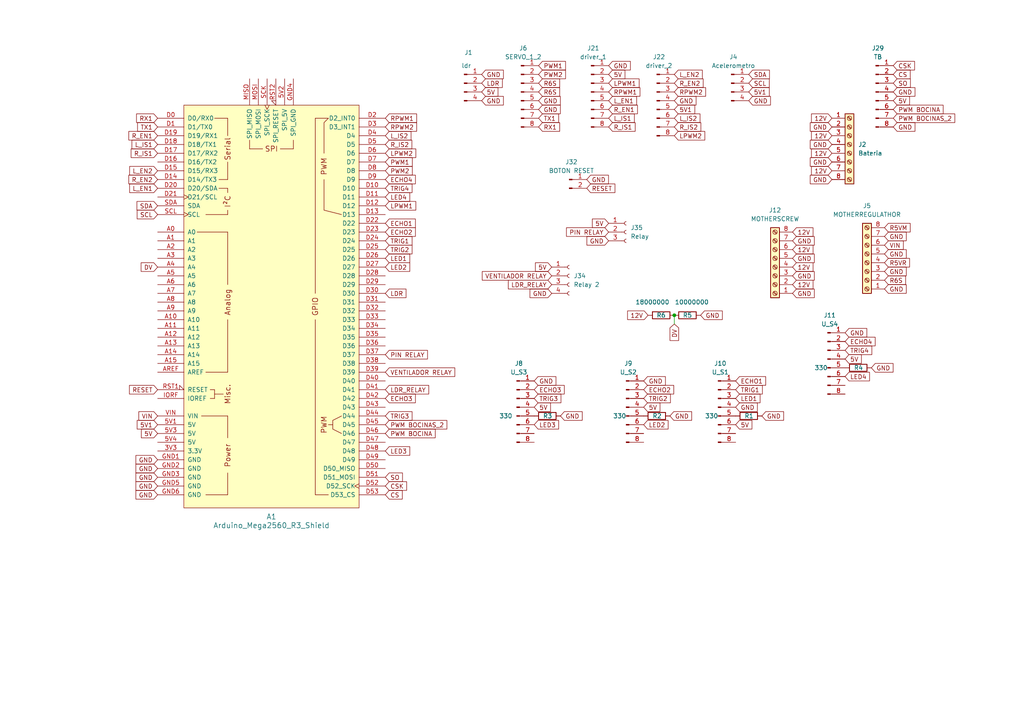
<source format=kicad_sch>
(kicad_sch (version 20230121) (generator eeschema)

  (uuid 43a0af35-3eb0-418d-b044-da11176c8803)

  (paper "A4")

  (lib_symbols
    (symbol "Connector:Conn_01x02_Pin" (pin_names (offset 1.016) hide) (in_bom yes) (on_board yes)
      (property "Reference" "J" (at 0 2.54 0)
        (effects (font (size 1.27 1.27)))
      )
      (property "Value" "Conn_01x02_Pin" (at 0 -5.08 0)
        (effects (font (size 1.27 1.27)))
      )
      (property "Footprint" "" (at 0 0 0)
        (effects (font (size 1.27 1.27)) hide)
      )
      (property "Datasheet" "~" (at 0 0 0)
        (effects (font (size 1.27 1.27)) hide)
      )
      (property "ki_locked" "" (at 0 0 0)
        (effects (font (size 1.27 1.27)))
      )
      (property "ki_keywords" "connector" (at 0 0 0)
        (effects (font (size 1.27 1.27)) hide)
      )
      (property "ki_description" "Generic connector, single row, 01x02, script generated" (at 0 0 0)
        (effects (font (size 1.27 1.27)) hide)
      )
      (property "ki_fp_filters" "Connector*:*_1x??_*" (at 0 0 0)
        (effects (font (size 1.27 1.27)) hide)
      )
      (symbol "Conn_01x02_Pin_1_1"
        (polyline
          (pts
            (xy 1.27 -2.54)
            (xy 0.8636 -2.54)
          )
          (stroke (width 0.1524) (type default))
          (fill (type none))
        )
        (polyline
          (pts
            (xy 1.27 0)
            (xy 0.8636 0)
          )
          (stroke (width 0.1524) (type default))
          (fill (type none))
        )
        (rectangle (start 0.8636 -2.413) (end 0 -2.667)
          (stroke (width 0.1524) (type default))
          (fill (type outline))
        )
        (rectangle (start 0.8636 0.127) (end 0 -0.127)
          (stroke (width 0.1524) (type default))
          (fill (type outline))
        )
        (pin passive line (at 5.08 0 180) (length 3.81)
          (name "Pin_1" (effects (font (size 1.27 1.27))))
          (number "1" (effects (font (size 1.27 1.27))))
        )
        (pin passive line (at 5.08 -2.54 180) (length 3.81)
          (name "Pin_2" (effects (font (size 1.27 1.27))))
          (number "2" (effects (font (size 1.27 1.27))))
        )
      )
    )
    (symbol "Connector:Conn_01x03_Socket" (pin_names (offset 1.016) hide) (in_bom yes) (on_board yes)
      (property "Reference" "J" (at 0 5.08 0)
        (effects (font (size 1.27 1.27)))
      )
      (property "Value" "Conn_01x03_Socket" (at 0 -5.08 0)
        (effects (font (size 1.27 1.27)))
      )
      (property "Footprint" "" (at 0 0 0)
        (effects (font (size 1.27 1.27)) hide)
      )
      (property "Datasheet" "~" (at 0 0 0)
        (effects (font (size 1.27 1.27)) hide)
      )
      (property "ki_locked" "" (at 0 0 0)
        (effects (font (size 1.27 1.27)))
      )
      (property "ki_keywords" "connector" (at 0 0 0)
        (effects (font (size 1.27 1.27)) hide)
      )
      (property "ki_description" "Generic connector, single row, 01x03, script generated" (at 0 0 0)
        (effects (font (size 1.27 1.27)) hide)
      )
      (property "ki_fp_filters" "Connector*:*_1x??_*" (at 0 0 0)
        (effects (font (size 1.27 1.27)) hide)
      )
      (symbol "Conn_01x03_Socket_1_1"
        (arc (start 0 -2.032) (mid -0.5058 -2.54) (end 0 -3.048)
          (stroke (width 0.1524) (type default))
          (fill (type none))
        )
        (polyline
          (pts
            (xy -1.27 -2.54)
            (xy -0.508 -2.54)
          )
          (stroke (width 0.1524) (type default))
          (fill (type none))
        )
        (polyline
          (pts
            (xy -1.27 0)
            (xy -0.508 0)
          )
          (stroke (width 0.1524) (type default))
          (fill (type none))
        )
        (polyline
          (pts
            (xy -1.27 2.54)
            (xy -0.508 2.54)
          )
          (stroke (width 0.1524) (type default))
          (fill (type none))
        )
        (arc (start 0 0.508) (mid -0.5058 0) (end 0 -0.508)
          (stroke (width 0.1524) (type default))
          (fill (type none))
        )
        (arc (start 0 3.048) (mid -0.5058 2.54) (end 0 2.032)
          (stroke (width 0.1524) (type default))
          (fill (type none))
        )
        (pin passive line (at -5.08 2.54 0) (length 3.81)
          (name "Pin_1" (effects (font (size 1.27 1.27))))
          (number "1" (effects (font (size 1.27 1.27))))
        )
        (pin passive line (at -5.08 0 0) (length 3.81)
          (name "Pin_2" (effects (font (size 1.27 1.27))))
          (number "2" (effects (font (size 1.27 1.27))))
        )
        (pin passive line (at -5.08 -2.54 0) (length 3.81)
          (name "Pin_3" (effects (font (size 1.27 1.27))))
          (number "3" (effects (font (size 1.27 1.27))))
        )
      )
    )
    (symbol "Connector:Conn_01x04_Pin" (pin_names (offset 1.016) hide) (in_bom yes) (on_board yes)
      (property "Reference" "J" (at 0 5.08 0)
        (effects (font (size 1.27 1.27)))
      )
      (property "Value" "Conn_01x04_Pin" (at 0 -7.62 0)
        (effects (font (size 1.27 1.27)))
      )
      (property "Footprint" "" (at 0 0 0)
        (effects (font (size 1.27 1.27)) hide)
      )
      (property "Datasheet" "~" (at 0 0 0)
        (effects (font (size 1.27 1.27)) hide)
      )
      (property "ki_locked" "" (at 0 0 0)
        (effects (font (size 1.27 1.27)))
      )
      (property "ki_keywords" "connector" (at 0 0 0)
        (effects (font (size 1.27 1.27)) hide)
      )
      (property "ki_description" "Generic connector, single row, 01x04, script generated" (at 0 0 0)
        (effects (font (size 1.27 1.27)) hide)
      )
      (property "ki_fp_filters" "Connector*:*_1x??_*" (at 0 0 0)
        (effects (font (size 1.27 1.27)) hide)
      )
      (symbol "Conn_01x04_Pin_1_1"
        (polyline
          (pts
            (xy 1.27 -5.08)
            (xy 0.8636 -5.08)
          )
          (stroke (width 0.1524) (type default))
          (fill (type none))
        )
        (polyline
          (pts
            (xy 1.27 -2.54)
            (xy 0.8636 -2.54)
          )
          (stroke (width 0.1524) (type default))
          (fill (type none))
        )
        (polyline
          (pts
            (xy 1.27 0)
            (xy 0.8636 0)
          )
          (stroke (width 0.1524) (type default))
          (fill (type none))
        )
        (polyline
          (pts
            (xy 1.27 2.54)
            (xy 0.8636 2.54)
          )
          (stroke (width 0.1524) (type default))
          (fill (type none))
        )
        (rectangle (start 0.8636 -4.953) (end 0 -5.207)
          (stroke (width 0.1524) (type default))
          (fill (type outline))
        )
        (rectangle (start 0.8636 -2.413) (end 0 -2.667)
          (stroke (width 0.1524) (type default))
          (fill (type outline))
        )
        (rectangle (start 0.8636 0.127) (end 0 -0.127)
          (stroke (width 0.1524) (type default))
          (fill (type outline))
        )
        (rectangle (start 0.8636 2.667) (end 0 2.413)
          (stroke (width 0.1524) (type default))
          (fill (type outline))
        )
        (pin passive line (at 5.08 2.54 180) (length 3.81)
          (name "Pin_1" (effects (font (size 1.27 1.27))))
          (number "1" (effects (font (size 1.27 1.27))))
        )
        (pin passive line (at 5.08 0 180) (length 3.81)
          (name "Pin_2" (effects (font (size 1.27 1.27))))
          (number "2" (effects (font (size 1.27 1.27))))
        )
        (pin passive line (at 5.08 -2.54 180) (length 3.81)
          (name "Pin_3" (effects (font (size 1.27 1.27))))
          (number "3" (effects (font (size 1.27 1.27))))
        )
        (pin passive line (at 5.08 -5.08 180) (length 3.81)
          (name "Pin_4" (effects (font (size 1.27 1.27))))
          (number "4" (effects (font (size 1.27 1.27))))
        )
      )
    )
    (symbol "Connector:Conn_01x04_Socket" (pin_names (offset 1.016) hide) (in_bom yes) (on_board yes)
      (property "Reference" "J" (at 0 5.08 0)
        (effects (font (size 1.27 1.27)))
      )
      (property "Value" "Conn_01x04_Socket" (at 0 -7.62 0)
        (effects (font (size 1.27 1.27)))
      )
      (property "Footprint" "" (at 0 0 0)
        (effects (font (size 1.27 1.27)) hide)
      )
      (property "Datasheet" "~" (at 0 0 0)
        (effects (font (size 1.27 1.27)) hide)
      )
      (property "ki_locked" "" (at 0 0 0)
        (effects (font (size 1.27 1.27)))
      )
      (property "ki_keywords" "connector" (at 0 0 0)
        (effects (font (size 1.27 1.27)) hide)
      )
      (property "ki_description" "Generic connector, single row, 01x04, script generated" (at 0 0 0)
        (effects (font (size 1.27 1.27)) hide)
      )
      (property "ki_fp_filters" "Connector*:*_1x??_*" (at 0 0 0)
        (effects (font (size 1.27 1.27)) hide)
      )
      (symbol "Conn_01x04_Socket_1_1"
        (arc (start 0 -4.572) (mid -0.5058 -5.08) (end 0 -5.588)
          (stroke (width 0.1524) (type default))
          (fill (type none))
        )
        (arc (start 0 -2.032) (mid -0.5058 -2.54) (end 0 -3.048)
          (stroke (width 0.1524) (type default))
          (fill (type none))
        )
        (polyline
          (pts
            (xy -1.27 -5.08)
            (xy -0.508 -5.08)
          )
          (stroke (width 0.1524) (type default))
          (fill (type none))
        )
        (polyline
          (pts
            (xy -1.27 -2.54)
            (xy -0.508 -2.54)
          )
          (stroke (width 0.1524) (type default))
          (fill (type none))
        )
        (polyline
          (pts
            (xy -1.27 0)
            (xy -0.508 0)
          )
          (stroke (width 0.1524) (type default))
          (fill (type none))
        )
        (polyline
          (pts
            (xy -1.27 2.54)
            (xy -0.508 2.54)
          )
          (stroke (width 0.1524) (type default))
          (fill (type none))
        )
        (arc (start 0 0.508) (mid -0.5058 0) (end 0 -0.508)
          (stroke (width 0.1524) (type default))
          (fill (type none))
        )
        (arc (start 0 3.048) (mid -0.5058 2.54) (end 0 2.032)
          (stroke (width 0.1524) (type default))
          (fill (type none))
        )
        (pin passive line (at -5.08 2.54 0) (length 3.81)
          (name "Pin_1" (effects (font (size 1.27 1.27))))
          (number "1" (effects (font (size 1.27 1.27))))
        )
        (pin passive line (at -5.08 0 0) (length 3.81)
          (name "Pin_2" (effects (font (size 1.27 1.27))))
          (number "2" (effects (font (size 1.27 1.27))))
        )
        (pin passive line (at -5.08 -2.54 0) (length 3.81)
          (name "Pin_3" (effects (font (size 1.27 1.27))))
          (number "3" (effects (font (size 1.27 1.27))))
        )
        (pin passive line (at -5.08 -5.08 0) (length 3.81)
          (name "Pin_4" (effects (font (size 1.27 1.27))))
          (number "4" (effects (font (size 1.27 1.27))))
        )
      )
    )
    (symbol "Connector:Conn_01x08_Pin" (pin_names (offset 1.016) hide) (in_bom yes) (on_board yes)
      (property "Reference" "J" (at 0 10.16 0)
        (effects (font (size 1.27 1.27)))
      )
      (property "Value" "Conn_01x08_Pin" (at 0 -12.7 0)
        (effects (font (size 1.27 1.27)))
      )
      (property "Footprint" "" (at 0 0 0)
        (effects (font (size 1.27 1.27)) hide)
      )
      (property "Datasheet" "~" (at 0 0 0)
        (effects (font (size 1.27 1.27)) hide)
      )
      (property "ki_locked" "" (at 0 0 0)
        (effects (font (size 1.27 1.27)))
      )
      (property "ki_keywords" "connector" (at 0 0 0)
        (effects (font (size 1.27 1.27)) hide)
      )
      (property "ki_description" "Generic connector, single row, 01x08, script generated" (at 0 0 0)
        (effects (font (size 1.27 1.27)) hide)
      )
      (property "ki_fp_filters" "Connector*:*_1x??_*" (at 0 0 0)
        (effects (font (size 1.27 1.27)) hide)
      )
      (symbol "Conn_01x08_Pin_1_1"
        (polyline
          (pts
            (xy 1.27 -10.16)
            (xy 0.8636 -10.16)
          )
          (stroke (width 0.1524) (type default))
          (fill (type none))
        )
        (polyline
          (pts
            (xy 1.27 -7.62)
            (xy 0.8636 -7.62)
          )
          (stroke (width 0.1524) (type default))
          (fill (type none))
        )
        (polyline
          (pts
            (xy 1.27 -5.08)
            (xy 0.8636 -5.08)
          )
          (stroke (width 0.1524) (type default))
          (fill (type none))
        )
        (polyline
          (pts
            (xy 1.27 -2.54)
            (xy 0.8636 -2.54)
          )
          (stroke (width 0.1524) (type default))
          (fill (type none))
        )
        (polyline
          (pts
            (xy 1.27 0)
            (xy 0.8636 0)
          )
          (stroke (width 0.1524) (type default))
          (fill (type none))
        )
        (polyline
          (pts
            (xy 1.27 2.54)
            (xy 0.8636 2.54)
          )
          (stroke (width 0.1524) (type default))
          (fill (type none))
        )
        (polyline
          (pts
            (xy 1.27 5.08)
            (xy 0.8636 5.08)
          )
          (stroke (width 0.1524) (type default))
          (fill (type none))
        )
        (polyline
          (pts
            (xy 1.27 7.62)
            (xy 0.8636 7.62)
          )
          (stroke (width 0.1524) (type default))
          (fill (type none))
        )
        (rectangle (start 0.8636 -10.033) (end 0 -10.287)
          (stroke (width 0.1524) (type default))
          (fill (type outline))
        )
        (rectangle (start 0.8636 -7.493) (end 0 -7.747)
          (stroke (width 0.1524) (type default))
          (fill (type outline))
        )
        (rectangle (start 0.8636 -4.953) (end 0 -5.207)
          (stroke (width 0.1524) (type default))
          (fill (type outline))
        )
        (rectangle (start 0.8636 -2.413) (end 0 -2.667)
          (stroke (width 0.1524) (type default))
          (fill (type outline))
        )
        (rectangle (start 0.8636 0.127) (end 0 -0.127)
          (stroke (width 0.1524) (type default))
          (fill (type outline))
        )
        (rectangle (start 0.8636 2.667) (end 0 2.413)
          (stroke (width 0.1524) (type default))
          (fill (type outline))
        )
        (rectangle (start 0.8636 5.207) (end 0 4.953)
          (stroke (width 0.1524) (type default))
          (fill (type outline))
        )
        (rectangle (start 0.8636 7.747) (end 0 7.493)
          (stroke (width 0.1524) (type default))
          (fill (type outline))
        )
        (pin passive line (at 5.08 7.62 180) (length 3.81)
          (name "Pin_1" (effects (font (size 1.27 1.27))))
          (number "1" (effects (font (size 1.27 1.27))))
        )
        (pin passive line (at 5.08 5.08 180) (length 3.81)
          (name "Pin_2" (effects (font (size 1.27 1.27))))
          (number "2" (effects (font (size 1.27 1.27))))
        )
        (pin passive line (at 5.08 2.54 180) (length 3.81)
          (name "Pin_3" (effects (font (size 1.27 1.27))))
          (number "3" (effects (font (size 1.27 1.27))))
        )
        (pin passive line (at 5.08 0 180) (length 3.81)
          (name "Pin_4" (effects (font (size 1.27 1.27))))
          (number "4" (effects (font (size 1.27 1.27))))
        )
        (pin passive line (at 5.08 -2.54 180) (length 3.81)
          (name "Pin_5" (effects (font (size 1.27 1.27))))
          (number "5" (effects (font (size 1.27 1.27))))
        )
        (pin passive line (at 5.08 -5.08 180) (length 3.81)
          (name "Pin_6" (effects (font (size 1.27 1.27))))
          (number "6" (effects (font (size 1.27 1.27))))
        )
        (pin passive line (at 5.08 -7.62 180) (length 3.81)
          (name "Pin_7" (effects (font (size 1.27 1.27))))
          (number "7" (effects (font (size 1.27 1.27))))
        )
        (pin passive line (at 5.08 -10.16 180) (length 3.81)
          (name "Pin_8" (effects (font (size 1.27 1.27))))
          (number "8" (effects (font (size 1.27 1.27))))
        )
      )
    )
    (symbol "Connector:Screw_Terminal_01x08" (pin_names (offset 1.016) hide) (in_bom yes) (on_board yes)
      (property "Reference" "J" (at 0 10.16 0)
        (effects (font (size 1.27 1.27)))
      )
      (property "Value" "Screw_Terminal_01x08" (at 0 -12.7 0)
        (effects (font (size 1.27 1.27)))
      )
      (property "Footprint" "" (at 0 0 0)
        (effects (font (size 1.27 1.27)) hide)
      )
      (property "Datasheet" "~" (at 0 0 0)
        (effects (font (size 1.27 1.27)) hide)
      )
      (property "ki_keywords" "screw terminal" (at 0 0 0)
        (effects (font (size 1.27 1.27)) hide)
      )
      (property "ki_description" "Generic screw terminal, single row, 01x08, script generated (kicad-library-utils/schlib/autogen/connector/)" (at 0 0 0)
        (effects (font (size 1.27 1.27)) hide)
      )
      (property "ki_fp_filters" "TerminalBlock*:*" (at 0 0 0)
        (effects (font (size 1.27 1.27)) hide)
      )
      (symbol "Screw_Terminal_01x08_1_1"
        (rectangle (start -1.27 8.89) (end 1.27 -11.43)
          (stroke (width 0.254) (type default))
          (fill (type background))
        )
        (circle (center 0 -10.16) (radius 0.635)
          (stroke (width 0.1524) (type default))
          (fill (type none))
        )
        (circle (center 0 -7.62) (radius 0.635)
          (stroke (width 0.1524) (type default))
          (fill (type none))
        )
        (circle (center 0 -5.08) (radius 0.635)
          (stroke (width 0.1524) (type default))
          (fill (type none))
        )
        (circle (center 0 -2.54) (radius 0.635)
          (stroke (width 0.1524) (type default))
          (fill (type none))
        )
        (polyline
          (pts
            (xy -0.5334 -9.8298)
            (xy 0.3302 -10.668)
          )
          (stroke (width 0.1524) (type default))
          (fill (type none))
        )
        (polyline
          (pts
            (xy -0.5334 -7.2898)
            (xy 0.3302 -8.128)
          )
          (stroke (width 0.1524) (type default))
          (fill (type none))
        )
        (polyline
          (pts
            (xy -0.5334 -4.7498)
            (xy 0.3302 -5.588)
          )
          (stroke (width 0.1524) (type default))
          (fill (type none))
        )
        (polyline
          (pts
            (xy -0.5334 -2.2098)
            (xy 0.3302 -3.048)
          )
          (stroke (width 0.1524) (type default))
          (fill (type none))
        )
        (polyline
          (pts
            (xy -0.5334 0.3302)
            (xy 0.3302 -0.508)
          )
          (stroke (width 0.1524) (type default))
          (fill (type none))
        )
        (polyline
          (pts
            (xy -0.5334 2.8702)
            (xy 0.3302 2.032)
          )
          (stroke (width 0.1524) (type default))
          (fill (type none))
        )
        (polyline
          (pts
            (xy -0.5334 5.4102)
            (xy 0.3302 4.572)
          )
          (stroke (width 0.1524) (type default))
          (fill (type none))
        )
        (polyline
          (pts
            (xy -0.5334 7.9502)
            (xy 0.3302 7.112)
          )
          (stroke (width 0.1524) (type default))
          (fill (type none))
        )
        (polyline
          (pts
            (xy -0.3556 -9.652)
            (xy 0.508 -10.4902)
          )
          (stroke (width 0.1524) (type default))
          (fill (type none))
        )
        (polyline
          (pts
            (xy -0.3556 -7.112)
            (xy 0.508 -7.9502)
          )
          (stroke (width 0.1524) (type default))
          (fill (type none))
        )
        (polyline
          (pts
            (xy -0.3556 -4.572)
            (xy 0.508 -5.4102)
          )
          (stroke (width 0.1524) (type default))
          (fill (type none))
        )
        (polyline
          (pts
            (xy -0.3556 -2.032)
            (xy 0.508 -2.8702)
          )
          (stroke (width 0.1524) (type default))
          (fill (type none))
        )
        (polyline
          (pts
            (xy -0.3556 0.508)
            (xy 0.508 -0.3302)
          )
          (stroke (width 0.1524) (type default))
          (fill (type none))
        )
        (polyline
          (pts
            (xy -0.3556 3.048)
            (xy 0.508 2.2098)
          )
          (stroke (width 0.1524) (type default))
          (fill (type none))
        )
        (polyline
          (pts
            (xy -0.3556 5.588)
            (xy 0.508 4.7498)
          )
          (stroke (width 0.1524) (type default))
          (fill (type none))
        )
        (polyline
          (pts
            (xy -0.3556 8.128)
            (xy 0.508 7.2898)
          )
          (stroke (width 0.1524) (type default))
          (fill (type none))
        )
        (circle (center 0 0) (radius 0.635)
          (stroke (width 0.1524) (type default))
          (fill (type none))
        )
        (circle (center 0 2.54) (radius 0.635)
          (stroke (width 0.1524) (type default))
          (fill (type none))
        )
        (circle (center 0 5.08) (radius 0.635)
          (stroke (width 0.1524) (type default))
          (fill (type none))
        )
        (circle (center 0 7.62) (radius 0.635)
          (stroke (width 0.1524) (type default))
          (fill (type none))
        )
        (pin passive line (at -5.08 7.62 0) (length 3.81)
          (name "Pin_1" (effects (font (size 1.27 1.27))))
          (number "1" (effects (font (size 1.27 1.27))))
        )
        (pin passive line (at -5.08 5.08 0) (length 3.81)
          (name "Pin_2" (effects (font (size 1.27 1.27))))
          (number "2" (effects (font (size 1.27 1.27))))
        )
        (pin passive line (at -5.08 2.54 0) (length 3.81)
          (name "Pin_3" (effects (font (size 1.27 1.27))))
          (number "3" (effects (font (size 1.27 1.27))))
        )
        (pin passive line (at -5.08 0 0) (length 3.81)
          (name "Pin_4" (effects (font (size 1.27 1.27))))
          (number "4" (effects (font (size 1.27 1.27))))
        )
        (pin passive line (at -5.08 -2.54 0) (length 3.81)
          (name "Pin_5" (effects (font (size 1.27 1.27))))
          (number "5" (effects (font (size 1.27 1.27))))
        )
        (pin passive line (at -5.08 -5.08 0) (length 3.81)
          (name "Pin_6" (effects (font (size 1.27 1.27))))
          (number "6" (effects (font (size 1.27 1.27))))
        )
        (pin passive line (at -5.08 -7.62 0) (length 3.81)
          (name "Pin_7" (effects (font (size 1.27 1.27))))
          (number "7" (effects (font (size 1.27 1.27))))
        )
        (pin passive line (at -5.08 -10.16 0) (length 3.81)
          (name "Pin_8" (effects (font (size 1.27 1.27))))
          (number "8" (effects (font (size 1.27 1.27))))
        )
      )
    )
    (symbol "Device:R" (pin_numbers hide) (pin_names (offset 0)) (in_bom yes) (on_board yes)
      (property "Reference" "R" (at 2.032 0 90)
        (effects (font (size 1.27 1.27)))
      )
      (property "Value" "R" (at 0 0 90)
        (effects (font (size 1.27 1.27)))
      )
      (property "Footprint" "" (at -1.778 0 90)
        (effects (font (size 1.27 1.27)) hide)
      )
      (property "Datasheet" "~" (at 0 0 0)
        (effects (font (size 1.27 1.27)) hide)
      )
      (property "ki_keywords" "R res resistor" (at 0 0 0)
        (effects (font (size 1.27 1.27)) hide)
      )
      (property "ki_description" "Resistor" (at 0 0 0)
        (effects (font (size 1.27 1.27)) hide)
      )
      (property "ki_fp_filters" "R_*" (at 0 0 0)
        (effects (font (size 1.27 1.27)) hide)
      )
      (symbol "R_0_1"
        (rectangle (start -1.016 -2.54) (end 1.016 2.54)
          (stroke (width 0.254) (type default))
          (fill (type none))
        )
      )
      (symbol "R_1_1"
        (pin passive line (at 0 3.81 270) (length 1.27)
          (name "~" (effects (font (size 1.27 1.27))))
          (number "1" (effects (font (size 1.27 1.27))))
        )
        (pin passive line (at 0 -3.81 90) (length 1.27)
          (name "~" (effects (font (size 1.27 1.27))))
          (number "2" (effects (font (size 1.27 1.27))))
        )
      )
    )
    (symbol "PCM_arduino-library:Arduino_Mega2560_R3_Shield" (pin_names (offset 1.016)) (in_bom yes) (on_board yes)
      (property "Reference" "A" (at 0 -62.23 0)
        (effects (font (size 1.524 1.524)))
      )
      (property "Value" "Arduino_Mega2560_R3_Shield" (at 0 -66.04 0)
        (effects (font (size 1.524 1.524)))
      )
      (property "Footprint" "PCM_arduino-library:Arduino_Mega2560_R3_Shield" (at 0 -73.66 0)
        (effects (font (size 1.524 1.524)) hide)
      )
      (property "Datasheet" "https://docs.arduino.cc/hardware/mega-2560" (at 0 -69.85 0)
        (effects (font (size 1.524 1.524)) hide)
      )
      (property "ki_keywords" "Arduino MPU Shield" (at 0 0 0)
        (effects (font (size 1.27 1.27)) hide)
      )
      (property "ki_description" "Shield for Arduino Mega 2560 R3" (at 0 0 0)
        (effects (font (size 1.27 1.27)) hide)
      )
      (property "ki_fp_filters" "Arduino_Mega2560_R3_Shield" (at 0 0 0)
        (effects (font (size 1.27 1.27)) hide)
      )
      (symbol "Arduino_Mega2560_R3_Shield_0_0"
        (rectangle (start -25.4 -58.42) (end 25.4 58.42)
          (stroke (width 0) (type default))
          (fill (type background))
        )
        (rectangle (start -20.32 -31.75) (end -12.7 -31.75)
          (stroke (width 0) (type default))
          (fill (type none))
        )
        (rectangle (start -19.05 -54.61) (end -12.7 -54.61)
          (stroke (width 0) (type default))
          (fill (type none))
        )
        (rectangle (start -19.05 -19.05) (end -12.7 -19.05)
          (stroke (width 0) (type default))
          (fill (type none))
        )
        (rectangle (start -19.05 26.67) (end -12.7 26.67)
          (stroke (width 0) (type default))
          (fill (type none))
        )
        (rectangle (start -17.78 -26.67) (end -16.51 -26.67)
          (stroke (width 0) (type default))
          (fill (type none))
        )
        (rectangle (start -17.78 -24.13) (end -16.51 -24.13)
          (stroke (width 0) (type default))
          (fill (type none))
        )
        (rectangle (start -16.51 -25.4) (end -13.97 -25.4)
          (stroke (width 0) (type default))
          (fill (type none))
        )
        (rectangle (start -16.51 -24.13) (end -16.51 -26.67)
          (stroke (width 0) (type default))
          (fill (type none))
        )
        (rectangle (start -16.51 54.61) (end -12.7 54.61)
          (stroke (width 0) (type default))
          (fill (type none))
        )
        (rectangle (start -15.24 34.29) (end -12.7 34.29)
          (stroke (width 0) (type default))
          (fill (type none))
        )
        (rectangle (start -15.24 36.83) (end -12.7 36.83)
          (stroke (width 0) (type default))
          (fill (type none))
        )
        (rectangle (start -12.7 -54.61) (end -12.7 -48.26)
          (stroke (width 0) (type default))
          (fill (type none))
        )
        (rectangle (start -12.7 -31.75) (end -12.7 -38.1)
          (stroke (width 0) (type default))
          (fill (type none))
        )
        (rectangle (start -12.7 26.67) (end -12.7 27.94)
          (stroke (width 0) (type default))
          (fill (type none))
        )
        (rectangle (start -12.7 34.29) (end -12.7 33.02)
          (stroke (width 0) (type default))
          (fill (type none))
        )
        (rectangle (start -12.7 41.91) (end -12.7 36.83)
          (stroke (width 0) (type default))
          (fill (type none))
        )
        (rectangle (start -12.7 49.53) (end -12.7 54.61)
          (stroke (width 0) (type default))
          (fill (type none))
        )
        (rectangle (start -6.35 48.26) (end -6.35 45.72)
          (stroke (width 0) (type default))
          (fill (type none))
        )
        (rectangle (start -2.54 45.72) (end -6.35 45.72)
          (stroke (width 0) (type default))
          (fill (type none))
        )
        (polyline
          (pts
            (xy -21.59 21.59)
            (xy -12.7 21.59)
          )
          (stroke (width 0) (type default))
          (fill (type none))
        )
        (polyline
          (pts
            (xy -12.7 -19.05)
            (xy -12.7 -3.81)
          )
          (stroke (width 0) (type default))
          (fill (type none))
        )
        (polyline
          (pts
            (xy -12.7 6.35)
            (xy -12.7 21.59)
          )
          (stroke (width 0) (type default))
          (fill (type none))
        )
        (polyline
          (pts
            (xy 12.7 -54.61)
            (xy 16.51 -54.61)
          )
          (stroke (width 0) (type default))
          (fill (type none))
        )
        (polyline
          (pts
            (xy 12.7 54.61)
            (xy 16.51 54.61)
          )
          (stroke (width 0) (type default))
          (fill (type none))
        )
        (polyline
          (pts
            (xy 17.78 -34.29)
            (xy 16.51 -34.29)
          )
          (stroke (width 0) (type default))
          (fill (type none))
        )
        (polyline
          (pts
            (xy 15.24 36.83)
            (xy 15.24 27.94)
            (xy 20.32 26.67)
          )
          (stroke (width 0) (type default))
          (fill (type none))
        )
        (polyline
          (pts
            (xy 15.24 44.45)
            (xy 15.24 53.34)
            (xy 16.51 54.61)
          )
          (stroke (width 0) (type default))
          (fill (type none))
        )
        (polyline
          (pts
            (xy 20.32 -31.75)
            (xy 17.78 -33.02)
            (xy 17.78 -35.56)
            (xy 20.32 -36.83)
          )
          (stroke (width 0) (type default))
          (fill (type none))
        )
        (rectangle (start 6.35 45.72) (end 2.54 45.72)
          (stroke (width 0) (type default))
          (fill (type none))
        )
        (rectangle (start 6.35 48.26) (end 6.35 45.72)
          (stroke (width 0) (type default))
          (fill (type none))
        )
        (text "Analog" (at -12.7 1.27 900)
          (effects (font (size 1.524 1.524)))
        )
        (text "I²C" (at -12.7 30.48 900)
          (effects (font (size 1.524 1.524)))
        )
        (text "Misc." (at -12.7 -25.4 900)
          (effects (font (size 1.524 1.524)))
        )
        (text "Power" (at -12.7 -43.18 900)
          (effects (font (size 1.524 1.524)))
        )
        (text "PWM" (at 15.24 -34.29 900)
          (effects (font (size 1.524 1.524)))
        )
        (text "PWM" (at 15.24 40.64 900)
          (effects (font (size 1.524 1.524)))
        )
        (text "Serial" (at -12.7 45.72 900)
          (effects (font (size 1.524 1.524)))
        )
        (text "SPI" (at 0 45.72 0)
          (effects (font (size 1.524 1.524)))
        )
      )
      (symbol "Arduino_Mega2560_R3_Shield_1_0"
        (rectangle (start 12.7 -54.61) (end 12.7 -3.81)
          (stroke (width 0) (type default))
          (fill (type none))
        )
        (rectangle (start 12.7 54.61) (end 12.7 3.81)
          (stroke (width 0) (type default))
          (fill (type none))
        )
        (text "GPIO" (at 12.7 0 900)
          (effects (font (size 1.524 1.524)))
        )
      )
      (symbol "Arduino_Mega2560_R3_Shield_1_1"
        (pin power_out line (at -33.02 -41.91 0) (length 7.62)
          (name "3.3V" (effects (font (size 1.27 1.27))))
          (number "3V3" (effects (font (size 1.27 1.27))))
        )
        (pin power_in line (at -33.02 -34.29 0) (length 7.62)
          (name "5V" (effects (font (size 1.27 1.27))))
          (number "5V1" (effects (font (size 1.27 1.27))))
        )
        (pin power_in line (at 3.81 66.04 270) (length 7.62)
          (name "SPI_5V" (effects (font (size 1.27 1.27))))
          (number "5V2" (effects (font (size 1.27 1.27))))
        )
        (pin power_in line (at -33.02 -36.83 0) (length 7.62)
          (name "5V" (effects (font (size 1.27 1.27))))
          (number "5V3" (effects (font (size 1.27 1.27))))
        )
        (pin power_in line (at -33.02 -39.37 0) (length 7.62)
          (name "5V" (effects (font (size 1.27 1.27))))
          (number "5V4" (effects (font (size 1.27 1.27))))
        )
        (pin bidirectional line (at -33.02 21.59 0) (length 7.62)
          (name "A0" (effects (font (size 1.27 1.27))))
          (number "A0" (effects (font (size 1.27 1.27))))
        )
        (pin bidirectional line (at -33.02 19.05 0) (length 7.62)
          (name "A1" (effects (font (size 1.27 1.27))))
          (number "A1" (effects (font (size 1.27 1.27))))
        )
        (pin bidirectional line (at -33.02 -3.81 0) (length 7.62)
          (name "A10" (effects (font (size 1.27 1.27))))
          (number "A10" (effects (font (size 1.27 1.27))))
        )
        (pin bidirectional line (at -33.02 -6.35 0) (length 7.62)
          (name "A11" (effects (font (size 1.27 1.27))))
          (number "A11" (effects (font (size 1.27 1.27))))
        )
        (pin bidirectional line (at -33.02 -8.89 0) (length 7.62)
          (name "A12" (effects (font (size 1.27 1.27))))
          (number "A12" (effects (font (size 1.27 1.27))))
        )
        (pin bidirectional line (at -33.02 -11.43 0) (length 7.62)
          (name "A13" (effects (font (size 1.27 1.27))))
          (number "A13" (effects (font (size 1.27 1.27))))
        )
        (pin bidirectional line (at -33.02 -13.97 0) (length 7.62)
          (name "A14" (effects (font (size 1.27 1.27))))
          (number "A14" (effects (font (size 1.27 1.27))))
        )
        (pin bidirectional line (at -33.02 -16.51 0) (length 7.62)
          (name "A15" (effects (font (size 1.27 1.27))))
          (number "A15" (effects (font (size 1.27 1.27))))
        )
        (pin bidirectional line (at -33.02 16.51 0) (length 7.62)
          (name "A2" (effects (font (size 1.27 1.27))))
          (number "A2" (effects (font (size 1.27 1.27))))
        )
        (pin bidirectional line (at -33.02 13.97 0) (length 7.62)
          (name "A3" (effects (font (size 1.27 1.27))))
          (number "A3" (effects (font (size 1.27 1.27))))
        )
        (pin bidirectional line (at -33.02 11.43 0) (length 7.62)
          (name "A4" (effects (font (size 1.27 1.27))))
          (number "A4" (effects (font (size 1.27 1.27))))
        )
        (pin bidirectional line (at -33.02 8.89 0) (length 7.62)
          (name "A5" (effects (font (size 1.27 1.27))))
          (number "A5" (effects (font (size 1.27 1.27))))
        )
        (pin bidirectional line (at -33.02 6.35 0) (length 7.62)
          (name "A6" (effects (font (size 1.27 1.27))))
          (number "A6" (effects (font (size 1.27 1.27))))
        )
        (pin bidirectional line (at -33.02 3.81 0) (length 7.62)
          (name "A7" (effects (font (size 1.27 1.27))))
          (number "A7" (effects (font (size 1.27 1.27))))
        )
        (pin bidirectional line (at -33.02 1.27 0) (length 7.62)
          (name "A8" (effects (font (size 1.27 1.27))))
          (number "A8" (effects (font (size 1.27 1.27))))
        )
        (pin bidirectional line (at -33.02 -1.27 0) (length 7.62)
          (name "A9" (effects (font (size 1.27 1.27))))
          (number "A9" (effects (font (size 1.27 1.27))))
        )
        (pin input line (at -33.02 -19.05 0) (length 7.62)
          (name "AREF" (effects (font (size 1.27 1.27))))
          (number "AREF" (effects (font (size 1.27 1.27))))
        )
        (pin bidirectional line (at -33.02 54.61 0) (length 7.62)
          (name "D0/RX0" (effects (font (size 1.27 1.27))))
          (number "D0" (effects (font (size 1.27 1.27))))
        )
        (pin bidirectional line (at -33.02 52.07 0) (length 7.62)
          (name "D1/TX0" (effects (font (size 1.27 1.27))))
          (number "D1" (effects (font (size 1.27 1.27))))
        )
        (pin bidirectional line (at 33.02 34.29 180) (length 7.62)
          (name "D10" (effects (font (size 1.27 1.27))))
          (number "D10" (effects (font (size 1.27 1.27))))
        )
        (pin bidirectional line (at 33.02 31.75 180) (length 7.62)
          (name "D11" (effects (font (size 1.27 1.27))))
          (number "D11" (effects (font (size 1.27 1.27))))
        )
        (pin bidirectional line (at 33.02 29.21 180) (length 7.62)
          (name "D12" (effects (font (size 1.27 1.27))))
          (number "D12" (effects (font (size 1.27 1.27))))
        )
        (pin bidirectional line (at 33.02 26.67 180) (length 7.62)
          (name "D13" (effects (font (size 1.27 1.27))))
          (number "D13" (effects (font (size 1.27 1.27))))
        )
        (pin bidirectional line (at -33.02 36.83 0) (length 7.62)
          (name "D14/TX3" (effects (font (size 1.27 1.27))))
          (number "D14" (effects (font (size 1.27 1.27))))
        )
        (pin bidirectional line (at -33.02 39.37 0) (length 7.62)
          (name "D15/RX3" (effects (font (size 1.27 1.27))))
          (number "D15" (effects (font (size 1.27 1.27))))
        )
        (pin bidirectional line (at -33.02 41.91 0) (length 7.62)
          (name "D16/TX2" (effects (font (size 1.27 1.27))))
          (number "D16" (effects (font (size 1.27 1.27))))
        )
        (pin bidirectional line (at -33.02 44.45 0) (length 7.62)
          (name "D17/RX2" (effects (font (size 1.27 1.27))))
          (number "D17" (effects (font (size 1.27 1.27))))
        )
        (pin bidirectional line (at -33.02 46.99 0) (length 7.62)
          (name "D18/TX1" (effects (font (size 1.27 1.27))))
          (number "D18" (effects (font (size 1.27 1.27))))
        )
        (pin bidirectional line (at -33.02 49.53 0) (length 7.62)
          (name "D19/RX1" (effects (font (size 1.27 1.27))))
          (number "D19" (effects (font (size 1.27 1.27))))
        )
        (pin bidirectional line (at 33.02 54.61 180) (length 7.62)
          (name "D2_INT0" (effects (font (size 1.27 1.27))))
          (number "D2" (effects (font (size 1.27 1.27))))
        )
        (pin bidirectional line (at -33.02 34.29 0) (length 7.62)
          (name "D20/SDA" (effects (font (size 1.27 1.27))))
          (number "D20" (effects (font (size 1.27 1.27))))
        )
        (pin bidirectional clock (at -33.02 31.75 0) (length 7.62)
          (name "D21/SCL" (effects (font (size 1.27 1.27))))
          (number "D21" (effects (font (size 1.27 1.27))))
        )
        (pin bidirectional line (at 33.02 24.13 180) (length 7.62)
          (name "D22" (effects (font (size 1.27 1.27))))
          (number "D22" (effects (font (size 1.27 1.27))))
        )
        (pin bidirectional line (at 33.02 21.59 180) (length 7.62)
          (name "D23" (effects (font (size 1.27 1.27))))
          (number "D23" (effects (font (size 1.27 1.27))))
        )
        (pin bidirectional line (at 33.02 19.05 180) (length 7.62)
          (name "D24" (effects (font (size 1.27 1.27))))
          (number "D24" (effects (font (size 1.27 1.27))))
        )
        (pin bidirectional line (at 33.02 16.51 180) (length 7.62)
          (name "D25" (effects (font (size 1.27 1.27))))
          (number "D25" (effects (font (size 1.27 1.27))))
        )
        (pin bidirectional line (at 33.02 13.97 180) (length 7.62)
          (name "D26" (effects (font (size 1.27 1.27))))
          (number "D26" (effects (font (size 1.27 1.27))))
        )
        (pin bidirectional line (at 33.02 11.43 180) (length 7.62)
          (name "D27" (effects (font (size 1.27 1.27))))
          (number "D27" (effects (font (size 1.27 1.27))))
        )
        (pin bidirectional line (at 33.02 8.89 180) (length 7.62)
          (name "D28" (effects (font (size 1.27 1.27))))
          (number "D28" (effects (font (size 1.27 1.27))))
        )
        (pin bidirectional line (at 33.02 6.35 180) (length 7.62)
          (name "D29" (effects (font (size 1.27 1.27))))
          (number "D29" (effects (font (size 1.27 1.27))))
        )
        (pin bidirectional line (at 33.02 52.07 180) (length 7.62)
          (name "D3_INT1" (effects (font (size 1.27 1.27))))
          (number "D3" (effects (font (size 1.27 1.27))))
        )
        (pin bidirectional line (at 33.02 3.81 180) (length 7.62)
          (name "D30" (effects (font (size 1.27 1.27))))
          (number "D30" (effects (font (size 1.27 1.27))))
        )
        (pin bidirectional line (at 33.02 1.27 180) (length 7.62)
          (name "D31" (effects (font (size 1.27 1.27))))
          (number "D31" (effects (font (size 1.27 1.27))))
        )
        (pin bidirectional line (at 33.02 -1.27 180) (length 7.62)
          (name "D32" (effects (font (size 1.27 1.27))))
          (number "D32" (effects (font (size 1.27 1.27))))
        )
        (pin bidirectional line (at 33.02 -3.81 180) (length 7.62)
          (name "D33" (effects (font (size 1.27 1.27))))
          (number "D33" (effects (font (size 1.27 1.27))))
        )
        (pin bidirectional line (at 33.02 -6.35 180) (length 7.62)
          (name "D34" (effects (font (size 1.27 1.27))))
          (number "D34" (effects (font (size 1.27 1.27))))
        )
        (pin bidirectional line (at 33.02 -8.89 180) (length 7.62)
          (name "D35" (effects (font (size 1.27 1.27))))
          (number "D35" (effects (font (size 1.27 1.27))))
        )
        (pin bidirectional line (at 33.02 -11.43 180) (length 7.62)
          (name "D36" (effects (font (size 1.27 1.27))))
          (number "D36" (effects (font (size 1.27 1.27))))
        )
        (pin bidirectional line (at 33.02 -13.97 180) (length 7.62)
          (name "D37" (effects (font (size 1.27 1.27))))
          (number "D37" (effects (font (size 1.27 1.27))))
        )
        (pin bidirectional line (at 33.02 -16.51 180) (length 7.62)
          (name "D38" (effects (font (size 1.27 1.27))))
          (number "D38" (effects (font (size 1.27 1.27))))
        )
        (pin bidirectional line (at 33.02 -19.05 180) (length 7.62)
          (name "D39" (effects (font (size 1.27 1.27))))
          (number "D39" (effects (font (size 1.27 1.27))))
        )
        (pin bidirectional line (at 33.02 49.53 180) (length 7.62)
          (name "D4" (effects (font (size 1.27 1.27))))
          (number "D4" (effects (font (size 1.27 1.27))))
        )
        (pin bidirectional line (at 33.02 -21.59 180) (length 7.62)
          (name "D40" (effects (font (size 1.27 1.27))))
          (number "D40" (effects (font (size 1.27 1.27))))
        )
        (pin bidirectional line (at 33.02 -24.13 180) (length 7.62)
          (name "D41" (effects (font (size 1.27 1.27))))
          (number "D41" (effects (font (size 1.27 1.27))))
        )
        (pin bidirectional line (at 33.02 -26.67 180) (length 7.62)
          (name "D42" (effects (font (size 1.27 1.27))))
          (number "D42" (effects (font (size 1.27 1.27))))
        )
        (pin bidirectional line (at 33.02 -29.21 180) (length 7.62)
          (name "D43" (effects (font (size 1.27 1.27))))
          (number "D43" (effects (font (size 1.27 1.27))))
        )
        (pin bidirectional line (at 33.02 -31.75 180) (length 7.62)
          (name "D44" (effects (font (size 1.27 1.27))))
          (number "D44" (effects (font (size 1.27 1.27))))
        )
        (pin bidirectional line (at 33.02 -34.29 180) (length 7.62)
          (name "D45" (effects (font (size 1.27 1.27))))
          (number "D45" (effects (font (size 1.27 1.27))))
        )
        (pin bidirectional line (at 33.02 -36.83 180) (length 7.62)
          (name "D46" (effects (font (size 1.27 1.27))))
          (number "D46" (effects (font (size 1.27 1.27))))
        )
        (pin bidirectional line (at 33.02 -39.37 180) (length 7.62)
          (name "D47" (effects (font (size 1.27 1.27))))
          (number "D47" (effects (font (size 1.27 1.27))))
        )
        (pin bidirectional line (at 33.02 -41.91 180) (length 7.62)
          (name "D48" (effects (font (size 1.27 1.27))))
          (number "D48" (effects (font (size 1.27 1.27))))
        )
        (pin bidirectional line (at 33.02 -44.45 180) (length 7.62)
          (name "D49" (effects (font (size 1.27 1.27))))
          (number "D49" (effects (font (size 1.27 1.27))))
        )
        (pin bidirectional line (at 33.02 46.99 180) (length 7.62)
          (name "D5" (effects (font (size 1.27 1.27))))
          (number "D5" (effects (font (size 1.27 1.27))))
        )
        (pin bidirectional line (at 33.02 -46.99 180) (length 7.62)
          (name "D50_MISO" (effects (font (size 1.27 1.27))))
          (number "D50" (effects (font (size 1.27 1.27))))
        )
        (pin bidirectional line (at 33.02 -49.53 180) (length 7.62)
          (name "D51_MOSI" (effects (font (size 1.27 1.27))))
          (number "D51" (effects (font (size 1.27 1.27))))
        )
        (pin bidirectional clock (at 33.02 -52.07 180) (length 7.62)
          (name "D52_SCK" (effects (font (size 1.27 1.27))))
          (number "D52" (effects (font (size 1.27 1.27))))
        )
        (pin bidirectional line (at 33.02 -54.61 180) (length 7.62)
          (name "D53_CS" (effects (font (size 1.27 1.27))))
          (number "D53" (effects (font (size 1.27 1.27))))
        )
        (pin bidirectional line (at 33.02 44.45 180) (length 7.62)
          (name "D6" (effects (font (size 1.27 1.27))))
          (number "D6" (effects (font (size 1.27 1.27))))
        )
        (pin bidirectional line (at 33.02 41.91 180) (length 7.62)
          (name "D7" (effects (font (size 1.27 1.27))))
          (number "D7" (effects (font (size 1.27 1.27))))
        )
        (pin bidirectional line (at 33.02 39.37 180) (length 7.62)
          (name "D8" (effects (font (size 1.27 1.27))))
          (number "D8" (effects (font (size 1.27 1.27))))
        )
        (pin bidirectional line (at 33.02 36.83 180) (length 7.62)
          (name "D9" (effects (font (size 1.27 1.27))))
          (number "D9" (effects (font (size 1.27 1.27))))
        )
        (pin power_in line (at -33.02 -44.45 0) (length 7.62)
          (name "GND" (effects (font (size 1.27 1.27))))
          (number "GND1" (effects (font (size 1.27 1.27))))
        )
        (pin power_in line (at -33.02 -46.99 0) (length 7.62)
          (name "GND" (effects (font (size 1.27 1.27))))
          (number "GND2" (effects (font (size 1.27 1.27))))
        )
        (pin power_in line (at -33.02 -49.53 0) (length 7.62)
          (name "GND" (effects (font (size 1.27 1.27))))
          (number "GND3" (effects (font (size 1.27 1.27))))
        )
        (pin power_in line (at 6.35 66.04 270) (length 7.62)
          (name "SPI_GND" (effects (font (size 1.27 1.27))))
          (number "GND4" (effects (font (size 1.27 1.27))))
        )
        (pin power_in line (at -33.02 -52.07 0) (length 7.62)
          (name "GND" (effects (font (size 1.27 1.27))))
          (number "GND5" (effects (font (size 1.27 1.27))))
        )
        (pin power_in line (at -33.02 -54.61 0) (length 7.62)
          (name "GND" (effects (font (size 1.27 1.27))))
          (number "GND6" (effects (font (size 1.27 1.27))))
        )
        (pin output line (at -33.02 -26.67 0) (length 7.62)
          (name "IOREF" (effects (font (size 1.27 1.27))))
          (number "IORF" (effects (font (size 1.27 1.27))))
        )
        (pin input line (at -6.35 66.04 270) (length 7.62)
          (name "SPI_MISO" (effects (font (size 1.27 1.27))))
          (number "MISO" (effects (font (size 1.27 1.27))))
        )
        (pin output line (at -3.81 66.04 270) (length 7.62)
          (name "SPI_MOSI" (effects (font (size 1.27 1.27))))
          (number "MOSI" (effects (font (size 1.27 1.27))))
        )
        (pin open_collector input_low (at -33.02 -24.13 0) (length 7.62)
          (name "RESET" (effects (font (size 1.27 1.27))))
          (number "RST1" (effects (font (size 1.27 1.27))))
        )
        (pin open_collector input_low (at 1.27 66.04 270) (length 7.62)
          (name "SPI_RESET" (effects (font (size 1.27 1.27))))
          (number "RST2" (effects (font (size 1.27 1.27))))
        )
        (pin output clock (at -1.27 66.04 270) (length 7.62)
          (name "SPI_SCK" (effects (font (size 1.27 1.27))))
          (number "SCK" (effects (font (size 1.27 1.27))))
        )
        (pin bidirectional clock (at -33.02 26.67 0) (length 7.62)
          (name "SCL" (effects (font (size 1.27 1.27))))
          (number "SCL" (effects (font (size 1.27 1.27))))
        )
        (pin bidirectional line (at -33.02 29.21 0) (length 7.62)
          (name "SDA" (effects (font (size 1.27 1.27))))
          (number "SDA" (effects (font (size 1.27 1.27))))
        )
        (pin power_in line (at -33.02 -31.75 0) (length 7.62)
          (name "VIN" (effects (font (size 1.27 1.27))))
          (number "VIN" (effects (font (size 1.27 1.27))))
        )
      )
    )
  )

  (junction (at 195.58 91.44) (diameter 0) (color 0 0 0 0)
    (uuid 84bdd6a5-3ace-4bf4-b70b-f75134898134)
  )

  (wire (pts (xy 195.58 93.98) (xy 195.58 91.44))
    (stroke (width 0) (type default))
    (uuid 21cd8fdd-5d56-4a12-a0f5-3b7c1281ec3c)
  )

  (global_label "ECHO2" (shape input) (at 186.69 113.03 0) (fields_autoplaced)
    (effects (font (size 1.27 1.27)) (justify left))
    (uuid 00111a0b-3594-44fb-9665-b8f453f597d1)
    (property "Intersheetrefs" "${INTERSHEET_REFS}" (at 195.9647 113.03 0)
      (effects (font (size 1.27 1.27)) (justify left) hide)
    )
  )
  (global_label "CSK" (shape input) (at 259.08 19.05 0) (fields_autoplaced)
    (effects (font (size 1.27 1.27)) (justify left))
    (uuid 0021aaca-f4ed-40ea-962e-ea6bda9d23da)
    (property "Intersheetrefs" "${INTERSHEET_REFS}" (at 265.8147 19.05 0)
      (effects (font (size 1.27 1.27)) (justify left) hide)
    )
  )
  (global_label "VENTILADOR RELAY" (shape input) (at 111.76 107.95 0) (fields_autoplaced)
    (effects (font (size 1.27 1.27)) (justify left))
    (uuid 00dbfa64-6b9e-4c74-b1ca-d8d7a464984c)
    (property "Intersheetrefs" "${INTERSHEET_REFS}" (at 132.4648 107.95 0)
      (effects (font (size 1.27 1.27)) (justify left) hide)
    )
  )
  (global_label "SCL" (shape input) (at 45.72 62.23 180) (fields_autoplaced)
    (effects (font (size 1.27 1.27)) (justify right))
    (uuid 0217da9a-14f7-4dbf-8e5a-b893520b745a)
    (property "Intersheetrefs" "${INTERSHEET_REFS}" (at 39.2272 62.23 0)
      (effects (font (size 1.27 1.27)) (justify right) hide)
    )
  )
  (global_label "12V" (shape input) (at 241.3 44.45 180) (fields_autoplaced)
    (effects (font (size 1.27 1.27)) (justify right))
    (uuid 033b0ff7-99a7-4a61-a39b-16bc43718833)
    (property "Intersheetrefs" "${INTERSHEET_REFS}" (at 234.8072 44.45 0)
      (effects (font (size 1.27 1.27)) (justify right) hide)
    )
  )
  (global_label "R_EN1" (shape input) (at 45.72 39.37 180) (fields_autoplaced)
    (effects (font (size 1.27 1.27)) (justify right))
    (uuid 0537803e-2f49-4a9f-a283-256914f566b0)
    (property "Intersheetrefs" "${INTERSHEET_REFS}" (at 36.8082 39.37 0)
      (effects (font (size 1.27 1.27)) (justify right) hide)
    )
  )
  (global_label "GND" (shape input) (at 186.69 110.49 0) (fields_autoplaced)
    (effects (font (size 1.27 1.27)) (justify left))
    (uuid 07ea734d-81dc-48f1-82f7-9f6daf1ec4bd)
    (property "Intersheetrefs" "${INTERSHEET_REFS}" (at 193.5457 110.49 0)
      (effects (font (size 1.27 1.27)) (justify left) hide)
    )
  )
  (global_label "SDA" (shape input) (at 45.72 59.69 180) (fields_autoplaced)
    (effects (font (size 1.27 1.27)) (justify right))
    (uuid 0f9c3d73-29b8-4a19-93a2-b31e1269c966)
    (property "Intersheetrefs" "${INTERSHEET_REFS}" (at 39.1667 59.69 0)
      (effects (font (size 1.27 1.27)) (justify right) hide)
    )
  )
  (global_label "R_IS1" (shape input) (at 45.72 44.45 180) (fields_autoplaced)
    (effects (font (size 1.27 1.27)) (justify right))
    (uuid 113f5cc8-4044-48d7-9ad1-d8b97eee6b10)
    (property "Intersheetrefs" "${INTERSHEET_REFS}" (at 37.4734 44.45 0)
      (effects (font (size 1.27 1.27)) (justify right) hide)
    )
  )
  (global_label "LED4" (shape input) (at 111.76 57.15 0) (fields_autoplaced)
    (effects (font (size 1.27 1.27)) (justify left))
    (uuid 11687496-5b52-4d57-92b1-7d475a98c26c)
    (property "Intersheetrefs" "${INTERSHEET_REFS}" (at 119.4018 57.15 0)
      (effects (font (size 1.27 1.27)) (justify left) hide)
    )
  )
  (global_label "GND" (shape input) (at 252.73 106.68 0) (fields_autoplaced)
    (effects (font (size 1.27 1.27)) (justify left))
    (uuid 11b24f7b-7d10-4891-bcc3-51d703ec131f)
    (property "Intersheetrefs" "${INTERSHEET_REFS}" (at 259.5857 106.68 0)
      (effects (font (size 1.27 1.27)) (justify left) hide)
    )
  )
  (global_label "GND" (shape input) (at 256.54 83.82 0) (fields_autoplaced)
    (effects (font (size 1.27 1.27)) (justify left))
    (uuid 120085a2-2b36-4b33-9645-a4f2e6c4f9b2)
    (property "Intersheetrefs" "${INTERSHEET_REFS}" (at 263.3957 83.82 0)
      (effects (font (size 1.27 1.27)) (justify left) hide)
    )
  )
  (global_label "TRIG2" (shape input) (at 111.76 72.39 0) (fields_autoplaced)
    (effects (font (size 1.27 1.27)) (justify left))
    (uuid 18485dd5-1d88-41af-ac86-e62401d9e193)
    (property "Intersheetrefs" "${INTERSHEET_REFS}" (at 120.0671 72.39 0)
      (effects (font (size 1.27 1.27)) (justify left) hide)
    )
  )
  (global_label "GND" (shape input) (at 220.98 120.65 0) (fields_autoplaced)
    (effects (font (size 1.27 1.27)) (justify left))
    (uuid 19f25124-eab9-40a4-b233-8ad569cdfdba)
    (property "Intersheetrefs" "${INTERSHEET_REFS}" (at 227.8357 120.65 0)
      (effects (font (size 1.27 1.27)) (justify left) hide)
    )
  )
  (global_label "5V1" (shape input) (at 45.72 123.19 180) (fields_autoplaced)
    (effects (font (size 1.27 1.27)) (justify right))
    (uuid 1bf13a00-6cd6-493a-9eb9-9406d0189f2d)
    (property "Intersheetrefs" "${INTERSHEET_REFS}" (at 39.2272 123.19 0)
      (effects (font (size 1.27 1.27)) (justify right) hide)
    )
  )
  (global_label "LPWM1" (shape input) (at 176.53 24.13 0) (fields_autoplaced)
    (effects (font (size 1.27 1.27)) (justify left))
    (uuid 1c767a2d-541d-4578-b1c4-6700c615601e)
    (property "Intersheetrefs" "${INTERSHEET_REFS}" (at 185.9256 24.13 0)
      (effects (font (size 1.27 1.27)) (justify left) hide)
    )
  )
  (global_label "5V" (shape input) (at 160.02 77.47 180) (fields_autoplaced)
    (effects (font (size 1.27 1.27)) (justify right))
    (uuid 1cf4bc85-9d47-4613-99ed-46449fd21367)
    (property "Intersheetrefs" "${INTERSHEET_REFS}" (at 154.7367 77.47 0)
      (effects (font (size 1.27 1.27)) (justify right) hide)
    )
  )
  (global_label "GND" (shape input) (at 194.31 120.65 0) (fields_autoplaced)
    (effects (font (size 1.27 1.27)) (justify left))
    (uuid 1e55b881-d40b-4955-aaf6-4c77c62fcac3)
    (property "Intersheetrefs" "${INTERSHEET_REFS}" (at 201.1657 120.65 0)
      (effects (font (size 1.27 1.27)) (justify left) hide)
    )
  )
  (global_label "5V" (shape input) (at 45.72 125.73 180) (fields_autoplaced)
    (effects (font (size 1.27 1.27)) (justify right))
    (uuid 1ea2bed6-92ef-464f-9b1e-4a2ad1a82595)
    (property "Intersheetrefs" "${INTERSHEET_REFS}" (at 40.4367 125.73 0)
      (effects (font (size 1.27 1.27)) (justify right) hide)
    )
  )
  (global_label "TRIG1" (shape input) (at 213.36 113.03 0) (fields_autoplaced)
    (effects (font (size 1.27 1.27)) (justify left))
    (uuid 22637ee8-2d58-432f-9691-c7d88316b04a)
    (property "Intersheetrefs" "${INTERSHEET_REFS}" (at 221.6671 113.03 0)
      (effects (font (size 1.27 1.27)) (justify left) hide)
    )
  )
  (global_label "L_IS2" (shape input) (at 111.76 39.37 0) (fields_autoplaced)
    (effects (font (size 1.27 1.27)) (justify left))
    (uuid 23706c3e-a018-4d1a-9272-9c77079f0466)
    (property "Intersheetrefs" "${INTERSHEET_REFS}" (at 119.7647 39.37 0)
      (effects (font (size 1.27 1.27)) (justify left) hide)
    )
  )
  (global_label "TRIG3" (shape input) (at 111.76 120.65 0) (fields_autoplaced)
    (effects (font (size 1.27 1.27)) (justify left))
    (uuid 25478cbc-4bc6-474a-bab9-85f1c55a3711)
    (property "Intersheetrefs" "${INTERSHEET_REFS}" (at 120.0671 120.65 0)
      (effects (font (size 1.27 1.27)) (justify left) hide)
    )
  )
  (global_label "GND" (shape input) (at 259.08 26.67 0) (fields_autoplaced)
    (effects (font (size 1.27 1.27)) (justify left))
    (uuid 255029e8-fc3c-43c8-bdd9-81ba6690b8c4)
    (property "Intersheetrefs" "${INTERSHEET_REFS}" (at 265.9357 26.67 0)
      (effects (font (size 1.27 1.27)) (justify left) hide)
    )
  )
  (global_label "GND" (shape input) (at 139.7 29.21 0) (fields_autoplaced)
    (effects (font (size 1.27 1.27)) (justify left))
    (uuid 256accdb-bdd4-4dc9-83b0-9083218a2fbb)
    (property "Intersheetrefs" "${INTERSHEET_REFS}" (at 146.5557 29.21 0)
      (effects (font (size 1.27 1.27)) (justify left) hide)
    )
  )
  (global_label "ECHO3" (shape input) (at 154.94 113.03 0) (fields_autoplaced)
    (effects (font (size 1.27 1.27)) (justify left))
    (uuid 25dcf335-cc0a-4b2f-b532-140ab9ac51e2)
    (property "Intersheetrefs" "${INTERSHEET_REFS}" (at 164.2147 113.03 0)
      (effects (font (size 1.27 1.27)) (justify left) hide)
    )
  )
  (global_label "R_IS2" (shape input) (at 111.76 41.91 0) (fields_autoplaced)
    (effects (font (size 1.27 1.27)) (justify left))
    (uuid 286fa673-179f-4700-8735-b5419236c09e)
    (property "Intersheetrefs" "${INTERSHEET_REFS}" (at 120.0066 41.91 0)
      (effects (font (size 1.27 1.27)) (justify left) hide)
    )
  )
  (global_label "LDR" (shape input) (at 139.7 24.13 0) (fields_autoplaced)
    (effects (font (size 1.27 1.27)) (justify left))
    (uuid 293f9ce9-3d26-4963-bda9-ef8af501ded9)
    (property "Intersheetrefs" "${INTERSHEET_REFS}" (at 146.2533 24.13 0)
      (effects (font (size 1.27 1.27)) (justify left) hide)
    )
  )
  (global_label "12V" (shape input) (at 241.3 34.29 180) (fields_autoplaced)
    (effects (font (size 1.27 1.27)) (justify right))
    (uuid 295ff231-836d-4957-b0ea-59c02d66c650)
    (property "Intersheetrefs" "${INTERSHEET_REFS}" (at 234.8072 34.29 0)
      (effects (font (size 1.27 1.27)) (justify right) hide)
    )
  )
  (global_label "GND" (shape input) (at 195.58 29.21 0) (fields_autoplaced)
    (effects (font (size 1.27 1.27)) (justify left))
    (uuid 2b19ec00-5eb0-4ead-a04c-f783dd32940d)
    (property "Intersheetrefs" "${INTERSHEET_REFS}" (at 202.4357 29.21 0)
      (effects (font (size 1.27 1.27)) (justify left) hide)
    )
  )
  (global_label "LED3" (shape input) (at 154.94 123.19 0) (fields_autoplaced)
    (effects (font (size 1.27 1.27)) (justify left))
    (uuid 2c45f522-0cca-429c-962a-48bda61d23d1)
    (property "Intersheetrefs" "${INTERSHEET_REFS}" (at 162.5818 123.19 0)
      (effects (font (size 1.27 1.27)) (justify left) hide)
    )
  )
  (global_label "GND" (shape input) (at 229.87 74.93 0) (fields_autoplaced)
    (effects (font (size 1.27 1.27)) (justify left))
    (uuid 2c644a55-7345-449e-9dc7-3d1686c13073)
    (property "Intersheetrefs" "${INTERSHEET_REFS}" (at 236.7257 74.93 0)
      (effects (font (size 1.27 1.27)) (justify left) hide)
    )
  )
  (global_label "R_EN2" (shape input) (at 45.72 52.07 180) (fields_autoplaced)
    (effects (font (size 1.27 1.27)) (justify right))
    (uuid 2f6fa49d-3e8e-465a-90da-1e18b357b2f5)
    (property "Intersheetrefs" "${INTERSHEET_REFS}" (at 36.8082 52.07 0)
      (effects (font (size 1.27 1.27)) (justify right) hide)
    )
  )
  (global_label "TRIG1" (shape input) (at 111.76 69.85 0) (fields_autoplaced)
    (effects (font (size 1.27 1.27)) (justify left))
    (uuid 2fcc1b2c-ef4b-40ae-8d2f-e15411997806)
    (property "Intersheetrefs" "${INTERSHEET_REFS}" (at 120.0671 69.85 0)
      (effects (font (size 1.27 1.27)) (justify left) hide)
    )
  )
  (global_label "LED1" (shape input) (at 111.76 74.93 0) (fields_autoplaced)
    (effects (font (size 1.27 1.27)) (justify left))
    (uuid 332de292-3fe6-45c6-93b5-c2cc151b3d34)
    (property "Intersheetrefs" "${INTERSHEET_REFS}" (at 119.4018 74.93 0)
      (effects (font (size 1.27 1.27)) (justify left) hide)
    )
  )
  (global_label "PWM BOCINAS_2" (shape input) (at 111.76 123.19 0) (fields_autoplaced)
    (effects (font (size 1.27 1.27)) (justify left))
    (uuid 345a0f65-a652-4176-ad7e-1ddc9b5432a4)
    (property "Intersheetrefs" "${INTERSHEET_REFS}" (at 130.1666 123.19 0)
      (effects (font (size 1.27 1.27)) (justify left) hide)
    )
  )
  (global_label "RPWM2" (shape input) (at 111.76 36.83 0) (fields_autoplaced)
    (effects (font (size 1.27 1.27)) (justify left))
    (uuid 36de0551-e935-454b-89a0-1054b610bb4d)
    (property "Intersheetrefs" "${INTERSHEET_REFS}" (at 121.3975 36.83 0)
      (effects (font (size 1.27 1.27)) (justify left) hide)
    )
  )
  (global_label "GND" (shape input) (at 170.18 52.07 0) (fields_autoplaced)
    (effects (font (size 1.27 1.27)) (justify left))
    (uuid 3a82b117-8757-4aae-890a-6615d01d1034)
    (property "Intersheetrefs" "${INTERSHEET_REFS}" (at 177.0357 52.07 0)
      (effects (font (size 1.27 1.27)) (justify left) hide)
    )
  )
  (global_label "RPWM1" (shape input) (at 176.53 26.67 0) (fields_autoplaced)
    (effects (font (size 1.27 1.27)) (justify left))
    (uuid 3e19431a-53a1-4150-900b-8f722cbf9f40)
    (property "Intersheetrefs" "${INTERSHEET_REFS}" (at 186.1675 26.67 0)
      (effects (font (size 1.27 1.27)) (justify left) hide)
    )
  )
  (global_label "RPWM1" (shape input) (at 111.76 34.29 0) (fields_autoplaced)
    (effects (font (size 1.27 1.27)) (justify left))
    (uuid 3e351357-477a-4fa5-bc17-a6ab5758f18c)
    (property "Intersheetrefs" "${INTERSHEET_REFS}" (at 121.3975 34.29 0)
      (effects (font (size 1.27 1.27)) (justify left) hide)
    )
  )
  (global_label "ECHO3" (shape input) (at 111.76 115.57 0) (fields_autoplaced)
    (effects (font (size 1.27 1.27)) (justify left))
    (uuid 3ee67eb5-27bd-410e-a2a5-e5935db6fbe6)
    (property "Intersheetrefs" "${INTERSHEET_REFS}" (at 121.0347 115.57 0)
      (effects (font (size 1.27 1.27)) (justify left) hide)
    )
  )
  (global_label "TX1" (shape input) (at 45.72 36.83 180) (fields_autoplaced)
    (effects (font (size 1.27 1.27)) (justify right))
    (uuid 40c18226-96fd-431b-aef3-9852a0e99a97)
    (property "Intersheetrefs" "${INTERSHEET_REFS}" (at 39.3482 36.83 0)
      (effects (font (size 1.27 1.27)) (justify right) hide)
    )
  )
  (global_label "SO" (shape input) (at 259.08 24.13 0) (fields_autoplaced)
    (effects (font (size 1.27 1.27)) (justify left))
    (uuid 447b28f5-254e-413b-ae32-bdf831d2918e)
    (property "Intersheetrefs" "${INTERSHEET_REFS}" (at 264.6052 24.13 0)
      (effects (font (size 1.27 1.27)) (justify left) hide)
    )
  )
  (global_label "GND" (shape input) (at 176.53 19.05 0) (fields_autoplaced)
    (effects (font (size 1.27 1.27)) (justify left))
    (uuid 49df6fa7-e6e8-4a03-9bb7-d8936ad549b0)
    (property "Intersheetrefs" "${INTERSHEET_REFS}" (at 183.3857 19.05 0)
      (effects (font (size 1.27 1.27)) (justify left) hide)
    )
  )
  (global_label "L_EN2" (shape input) (at 45.72 49.53 180) (fields_autoplaced)
    (effects (font (size 1.27 1.27)) (justify right))
    (uuid 4c56f988-b533-4fc4-a2b8-cc9180ad7077)
    (property "Intersheetrefs" "${INTERSHEET_REFS}" (at 37.0501 49.53 0)
      (effects (font (size 1.27 1.27)) (justify right) hide)
    )
  )
  (global_label "ECHO1" (shape input) (at 111.76 64.77 0) (fields_autoplaced)
    (effects (font (size 1.27 1.27)) (justify left))
    (uuid 4d735b04-e151-4f59-9915-b39795ec393c)
    (property "Intersheetrefs" "${INTERSHEET_REFS}" (at 121.0347 64.77 0)
      (effects (font (size 1.27 1.27)) (justify left) hide)
    )
  )
  (global_label "5V" (shape input) (at 176.53 64.77 180) (fields_autoplaced)
    (effects (font (size 1.27 1.27)) (justify right))
    (uuid 4e5c5ff6-74c1-49ca-88e2-ff64a8b3f181)
    (property "Intersheetrefs" "${INTERSHEET_REFS}" (at 171.2467 64.77 0)
      (effects (font (size 1.27 1.27)) (justify right) hide)
    )
  )
  (global_label "PWM1" (shape input) (at 156.21 19.05 0) (fields_autoplaced)
    (effects (font (size 1.27 1.27)) (justify left))
    (uuid 4f65fc9b-bd8c-48df-bd51-db0ed065e032)
    (property "Intersheetrefs" "${INTERSHEET_REFS}" (at 164.5775 19.05 0)
      (effects (font (size 1.27 1.27)) (justify left) hide)
    )
  )
  (global_label "GND" (shape input) (at 203.2 91.44 0) (fields_autoplaced)
    (effects (font (size 1.27 1.27)) (justify left))
    (uuid 502d63a0-807e-4633-bed3-1ca807c7038f)
    (property "Intersheetrefs" "${INTERSHEET_REFS}" (at 210.0557 91.44 0)
      (effects (font (size 1.27 1.27)) (justify left) hide)
    )
  )
  (global_label "GND" (shape input) (at 229.87 85.09 0) (fields_autoplaced)
    (effects (font (size 1.27 1.27)) (justify left))
    (uuid 5066c2a7-a731-4c1b-b2ad-322d456dbebc)
    (property "Intersheetrefs" "${INTERSHEET_REFS}" (at 236.7257 85.09 0)
      (effects (font (size 1.27 1.27)) (justify left) hide)
    )
  )
  (global_label "5V1" (shape input) (at 217.17 26.67 0) (fields_autoplaced)
    (effects (font (size 1.27 1.27)) (justify left))
    (uuid 50e90e2f-65e8-4eac-aa8b-ee79c6c8a147)
    (property "Intersheetrefs" "${INTERSHEET_REFS}" (at 223.6628 26.67 0)
      (effects (font (size 1.27 1.27)) (justify left) hide)
    )
  )
  (global_label "SCL" (shape input) (at 217.17 24.13 0) (fields_autoplaced)
    (effects (font (size 1.27 1.27)) (justify left))
    (uuid 5199767a-0bd0-483f-883b-1fcf6775d7d2)
    (property "Intersheetrefs" "${INTERSHEET_REFS}" (at 223.6628 24.13 0)
      (effects (font (size 1.27 1.27)) (justify left) hide)
    )
  )
  (global_label "GND" (shape input) (at 176.53 69.85 180) (fields_autoplaced)
    (effects (font (size 1.27 1.27)) (justify right))
    (uuid 519eddf5-052d-4373-b6e2-47be314ace76)
    (property "Intersheetrefs" "${INTERSHEET_REFS}" (at 169.6743 69.85 0)
      (effects (font (size 1.27 1.27)) (justify right) hide)
    )
  )
  (global_label "PWM BOCINAS_2" (shape input) (at 259.08 34.29 0) (fields_autoplaced)
    (effects (font (size 1.27 1.27)) (justify left))
    (uuid 52b200d8-be16-4a77-b9e8-7b769291c127)
    (property "Intersheetrefs" "${INTERSHEET_REFS}" (at 277.4866 34.29 0)
      (effects (font (size 1.27 1.27)) (justify left) hide)
    )
  )
  (global_label "R_EN2" (shape input) (at 195.58 24.13 0) (fields_autoplaced)
    (effects (font (size 1.27 1.27)) (justify left))
    (uuid 5586749c-8dd4-4559-b2c1-8f38c847cdfb)
    (property "Intersheetrefs" "${INTERSHEET_REFS}" (at 204.4918 24.13 0)
      (effects (font (size 1.27 1.27)) (justify left) hide)
    )
  )
  (global_label "GND" (shape input) (at 241.3 36.83 180) (fields_autoplaced)
    (effects (font (size 1.27 1.27)) (justify right))
    (uuid 55ce0168-4023-43b5-a079-9bdf75a01bd4)
    (property "Intersheetrefs" "${INTERSHEET_REFS}" (at 234.4443 36.83 0)
      (effects (font (size 1.27 1.27)) (justify right) hide)
    )
  )
  (global_label "R_EN1" (shape input) (at 176.53 31.75 0) (fields_autoplaced)
    (effects (font (size 1.27 1.27)) (justify left))
    (uuid 569ca477-fca3-4200-91eb-b653a787fb61)
    (property "Intersheetrefs" "${INTERSHEET_REFS}" (at 185.4418 31.75 0)
      (effects (font (size 1.27 1.27)) (justify left) hide)
    )
  )
  (global_label "GND" (shape input) (at 45.72 138.43 180) (fields_autoplaced)
    (effects (font (size 1.27 1.27)) (justify right))
    (uuid 585a1dc9-9824-465a-a65e-5359e9701d2d)
    (property "Intersheetrefs" "${INTERSHEET_REFS}" (at 38.8643 138.43 0)
      (effects (font (size 1.27 1.27)) (justify right) hide)
    )
  )
  (global_label "R6S" (shape input) (at 156.21 26.67 0) (fields_autoplaced)
    (effects (font (size 1.27 1.27)) (justify left))
    (uuid 592ee04a-0bf1-42d1-87b6-21712bd8b71f)
    (property "Intersheetrefs" "${INTERSHEET_REFS}" (at 162.8842 26.67 0)
      (effects (font (size 1.27 1.27)) (justify left) hide)
    )
  )
  (global_label "PWM2" (shape input) (at 111.76 49.53 0) (fields_autoplaced)
    (effects (font (size 1.27 1.27)) (justify left))
    (uuid 5a794ade-06ca-4c28-b2a5-1e783146e068)
    (property "Intersheetrefs" "${INTERSHEET_REFS}" (at 120.1275 49.53 0)
      (effects (font (size 1.27 1.27)) (justify left) hide)
    )
  )
  (global_label "GND" (shape input) (at 217.17 29.21 0) (fields_autoplaced)
    (effects (font (size 1.27 1.27)) (justify left))
    (uuid 5acc0149-2f46-47ab-9eca-9270cc37c333)
    (property "Intersheetrefs" "${INTERSHEET_REFS}" (at 224.0257 29.21 0)
      (effects (font (size 1.27 1.27)) (justify left) hide)
    )
  )
  (global_label "12V" (shape input) (at 229.87 72.39 0) (fields_autoplaced)
    (effects (font (size 1.27 1.27)) (justify left))
    (uuid 5c6b7bde-ea6d-4d7e-92a3-e68352e4bb6c)
    (property "Intersheetrefs" "${INTERSHEET_REFS}" (at 236.3628 72.39 0)
      (effects (font (size 1.27 1.27)) (justify left) hide)
    )
  )
  (global_label "L_IS1" (shape input) (at 45.72 41.91 180) (fields_autoplaced)
    (effects (font (size 1.27 1.27)) (justify right))
    (uuid 5cb94733-c56d-4d0a-8438-819ea3e56872)
    (property "Intersheetrefs" "${INTERSHEET_REFS}" (at 37.7153 41.91 0)
      (effects (font (size 1.27 1.27)) (justify right) hide)
    )
  )
  (global_label "RESET" (shape input) (at 45.72 113.03 180) (fields_autoplaced)
    (effects (font (size 1.27 1.27)) (justify right))
    (uuid 5e2cd7d3-ab02-43fc-8c8b-e2393b188fed)
    (property "Intersheetrefs" "${INTERSHEET_REFS}" (at 36.9897 113.03 0)
      (effects (font (size 1.27 1.27)) (justify right) hide)
    )
  )
  (global_label "5V" (shape input) (at 186.69 118.11 0) (fields_autoplaced)
    (effects (font (size 1.27 1.27)) (justify left))
    (uuid 5ebe001b-680f-4518-98f4-4b817e337357)
    (property "Intersheetrefs" "${INTERSHEET_REFS}" (at 191.9733 118.11 0)
      (effects (font (size 1.27 1.27)) (justify left) hide)
    )
  )
  (global_label "CS" (shape input) (at 259.08 21.59 0) (fields_autoplaced)
    (effects (font (size 1.27 1.27)) (justify left))
    (uuid 5f369d47-dae9-4379-9224-42d854186174)
    (property "Intersheetrefs" "${INTERSHEET_REFS}" (at 264.5447 21.59 0)
      (effects (font (size 1.27 1.27)) (justify left) hide)
    )
  )
  (global_label "TX1" (shape input) (at 156.21 34.29 0) (fields_autoplaced)
    (effects (font (size 1.27 1.27)) (justify left))
    (uuid 60aee7dd-f131-4ae9-b3aa-8feb559e3f3f)
    (property "Intersheetrefs" "${INTERSHEET_REFS}" (at 162.5818 34.29 0)
      (effects (font (size 1.27 1.27)) (justify left) hide)
    )
  )
  (global_label "GND" (shape input) (at 229.87 80.01 0) (fields_autoplaced)
    (effects (font (size 1.27 1.27)) (justify left))
    (uuid 62e6e582-c210-470e-8e6f-8971f511a36b)
    (property "Intersheetrefs" "${INTERSHEET_REFS}" (at 236.7257 80.01 0)
      (effects (font (size 1.27 1.27)) (justify left) hide)
    )
  )
  (global_label "CSK" (shape input) (at 111.76 140.97 0) (fields_autoplaced)
    (effects (font (size 1.27 1.27)) (justify left))
    (uuid 63b23f2d-321d-448e-9094-78e1a165690f)
    (property "Intersheetrefs" "${INTERSHEET_REFS}" (at 118.4947 140.97 0)
      (effects (font (size 1.27 1.27)) (justify left) hide)
    )
  )
  (global_label "GND" (shape input) (at 241.3 52.07 180) (fields_autoplaced)
    (effects (font (size 1.27 1.27)) (justify right))
    (uuid 6503ae39-9aeb-4646-bcc9-9712942157cc)
    (property "Intersheetrefs" "${INTERSHEET_REFS}" (at 234.4443 52.07 0)
      (effects (font (size 1.27 1.27)) (justify right) hide)
    )
  )
  (global_label "SO" (shape input) (at 111.76 138.43 0) (fields_autoplaced)
    (effects (font (size 1.27 1.27)) (justify left))
    (uuid 654ce5a6-08f6-4320-a1d9-1e0bd8452b0c)
    (property "Intersheetrefs" "${INTERSHEET_REFS}" (at 117.2852 138.43 0)
      (effects (font (size 1.27 1.27)) (justify left) hide)
    )
  )
  (global_label "PIN RELAY" (shape input) (at 176.53 67.31 180) (fields_autoplaced)
    (effects (font (size 1.27 1.27)) (justify right))
    (uuid 66ce1e0c-c676-4333-9720-2346f8b63aac)
    (property "Intersheetrefs" "${INTERSHEET_REFS}" (at 163.7476 67.31 0)
      (effects (font (size 1.27 1.27)) (justify right) hide)
    )
  )
  (global_label "GND" (shape input) (at 256.54 68.58 0) (fields_autoplaced)
    (effects (font (size 1.27 1.27)) (justify left))
    (uuid 672f68e4-4c7d-4680-91f2-d37d9a7980bd)
    (property "Intersheetrefs" "${INTERSHEET_REFS}" (at 263.3957 68.58 0)
      (effects (font (size 1.27 1.27)) (justify left) hide)
    )
  )
  (global_label "LED2" (shape input) (at 186.69 123.19 0) (fields_autoplaced)
    (effects (font (size 1.27 1.27)) (justify left))
    (uuid 6c62a169-6c05-4db9-8748-5c26f5ac1b8f)
    (property "Intersheetrefs" "${INTERSHEET_REFS}" (at 194.3318 123.19 0)
      (effects (font (size 1.27 1.27)) (justify left) hide)
    )
  )
  (global_label "12V" (shape input) (at 229.87 67.31 0) (fields_autoplaced)
    (effects (font (size 1.27 1.27)) (justify left))
    (uuid 6d3c1e05-1f13-4ffe-a323-b7945eda8246)
    (property "Intersheetrefs" "${INTERSHEET_REFS}" (at 236.3628 67.31 0)
      (effects (font (size 1.27 1.27)) (justify left) hide)
    )
  )
  (global_label "LED3" (shape input) (at 111.76 130.81 0) (fields_autoplaced)
    (effects (font (size 1.27 1.27)) (justify left))
    (uuid 6daba536-c412-4b49-8675-d4f99939412d)
    (property "Intersheetrefs" "${INTERSHEET_REFS}" (at 119.4018 130.81 0)
      (effects (font (size 1.27 1.27)) (justify left) hide)
    )
  )
  (global_label "TRIG2" (shape input) (at 186.69 115.57 0) (fields_autoplaced)
    (effects (font (size 1.27 1.27)) (justify left))
    (uuid 6e166761-99b3-478f-8910-509d6ca6f523)
    (property "Intersheetrefs" "${INTERSHEET_REFS}" (at 194.9971 115.57 0)
      (effects (font (size 1.27 1.27)) (justify left) hide)
    )
  )
  (global_label "5V" (shape input) (at 139.7 26.67 0) (fields_autoplaced)
    (effects (font (size 1.27 1.27)) (justify left))
    (uuid 6ebaa913-ceb8-4187-9a6b-c5e3e35e81b8)
    (property "Intersheetrefs" "${INTERSHEET_REFS}" (at 144.9833 26.67 0)
      (effects (font (size 1.27 1.27)) (justify left) hide)
    )
  )
  (global_label "5V" (shape input) (at 176.53 21.59 0) (fields_autoplaced)
    (effects (font (size 1.27 1.27)) (justify left))
    (uuid 6f53133a-7066-4922-9598-3afd71145b53)
    (property "Intersheetrefs" "${INTERSHEET_REFS}" (at 181.8133 21.59 0)
      (effects (font (size 1.27 1.27)) (justify left) hide)
    )
  )
  (global_label "GND" (shape input) (at 156.21 29.21 0) (fields_autoplaced)
    (effects (font (size 1.27 1.27)) (justify left))
    (uuid 71924e2d-b116-426a-974f-13a392e6b1f0)
    (property "Intersheetrefs" "${INTERSHEET_REFS}" (at 163.0657 29.21 0)
      (effects (font (size 1.27 1.27)) (justify left) hide)
    )
  )
  (global_label "ECHO4" (shape input) (at 245.11 99.06 0) (fields_autoplaced)
    (effects (font (size 1.27 1.27)) (justify left))
    (uuid 741cbf50-4e9d-4e2b-b161-1dffe1c6013c)
    (property "Intersheetrefs" "${INTERSHEET_REFS}" (at 254.3847 99.06 0)
      (effects (font (size 1.27 1.27)) (justify left) hide)
    )
  )
  (global_label "ECHO4" (shape input) (at 111.76 52.07 0) (fields_autoplaced)
    (effects (font (size 1.27 1.27)) (justify left))
    (uuid 77e5c345-4cb7-49ae-9e39-e7e962acd998)
    (property "Intersheetrefs" "${INTERSHEET_REFS}" (at 121.0347 52.07 0)
      (effects (font (size 1.27 1.27)) (justify left) hide)
    )
  )
  (global_label "GND" (shape input) (at 241.3 41.91 180) (fields_autoplaced)
    (effects (font (size 1.27 1.27)) (justify right))
    (uuid 7c8764b8-c92c-418f-9288-c30aefe67f31)
    (property "Intersheetrefs" "${INTERSHEET_REFS}" (at 234.4443 41.91 0)
      (effects (font (size 1.27 1.27)) (justify right) hide)
    )
  )
  (global_label "DV" (shape input) (at 45.72 77.47 180) (fields_autoplaced)
    (effects (font (size 1.27 1.27)) (justify right))
    (uuid 7d1ee2ea-568a-4e2b-9551-6fedcd0b2149)
    (property "Intersheetrefs" "${INTERSHEET_REFS}" (at 40.3762 77.47 0)
      (effects (font (size 1.27 1.27)) (justify right) hide)
    )
  )
  (global_label "TRIG4" (shape input) (at 245.11 101.6 0) (fields_autoplaced)
    (effects (font (size 1.27 1.27)) (justify left))
    (uuid 7dcfb2e9-6d8f-4c54-8db1-fa1d8871ebb2)
    (property "Intersheetrefs" "${INTERSHEET_REFS}" (at 253.4171 101.6 0)
      (effects (font (size 1.27 1.27)) (justify left) hide)
    )
  )
  (global_label "RX1" (shape input) (at 156.21 36.83 0) (fields_autoplaced)
    (effects (font (size 1.27 1.27)) (justify left))
    (uuid 81f20fbf-f9f9-47be-8ba7-769b5be234f3)
    (property "Intersheetrefs" "${INTERSHEET_REFS}" (at 162.8842 36.83 0)
      (effects (font (size 1.27 1.27)) (justify left) hide)
    )
  )
  (global_label "VENTILADOR RELAY" (shape input) (at 160.02 80.01 180) (fields_autoplaced)
    (effects (font (size 1.27 1.27)) (justify right))
    (uuid 8324e65c-b989-45f8-a2be-b2f9e4e728c7)
    (property "Intersheetrefs" "${INTERSHEET_REFS}" (at 139.3152 80.01 0)
      (effects (font (size 1.27 1.27)) (justify right) hide)
    )
  )
  (global_label "R_IS2" (shape input) (at 195.58 36.83 0) (fields_autoplaced)
    (effects (font (size 1.27 1.27)) (justify left))
    (uuid 86af86ad-5470-4c05-8df8-a0b084a609fb)
    (property "Intersheetrefs" "${INTERSHEET_REFS}" (at 203.8266 36.83 0)
      (effects (font (size 1.27 1.27)) (justify left) hide)
    )
  )
  (global_label "TRIG3" (shape input) (at 154.94 115.57 0) (fields_autoplaced)
    (effects (font (size 1.27 1.27)) (justify left))
    (uuid 8751330b-8946-42d8-b666-5359271781f6)
    (property "Intersheetrefs" "${INTERSHEET_REFS}" (at 163.2471 115.57 0)
      (effects (font (size 1.27 1.27)) (justify left) hide)
    )
  )
  (global_label "5V1" (shape input) (at 195.58 31.75 0) (fields_autoplaced)
    (effects (font (size 1.27 1.27)) (justify left))
    (uuid 8820d651-0d3f-4bf8-8622-260d1a8cae91)
    (property "Intersheetrefs" "${INTERSHEET_REFS}" (at 202.0728 31.75 0)
      (effects (font (size 1.27 1.27)) (justify left) hide)
    )
  )
  (global_label "12V" (shape input) (at 241.3 49.53 180) (fields_autoplaced)
    (effects (font (size 1.27 1.27)) (justify right))
    (uuid 88dc1829-7e46-46fa-b969-8f3598ee1e6b)
    (property "Intersheetrefs" "${INTERSHEET_REFS}" (at 234.8072 49.53 0)
      (effects (font (size 1.27 1.27)) (justify right) hide)
    )
  )
  (global_label "SDA" (shape input) (at 217.17 21.59 0) (fields_autoplaced)
    (effects (font (size 1.27 1.27)) (justify left))
    (uuid 8988426e-e836-49fa-9b3d-b2dc7a3a35e0)
    (property "Intersheetrefs" "${INTERSHEET_REFS}" (at 223.7233 21.59 0)
      (effects (font (size 1.27 1.27)) (justify left) hide)
    )
  )
  (global_label "ECHO1" (shape input) (at 213.36 110.49 0) (fields_autoplaced)
    (effects (font (size 1.27 1.27)) (justify left))
    (uuid 8bde6c5c-fb78-4b22-85f6-8ba7a1272ce3)
    (property "Intersheetrefs" "${INTERSHEET_REFS}" (at 222.6347 110.49 0)
      (effects (font (size 1.27 1.27)) (justify left) hide)
    )
  )
  (global_label "GND" (shape input) (at 45.72 133.35 180) (fields_autoplaced)
    (effects (font (size 1.27 1.27)) (justify right))
    (uuid 8f02f9c1-1ecc-46e2-98b8-5b1b08e18664)
    (property "Intersheetrefs" "${INTERSHEET_REFS}" (at 38.8643 133.35 0)
      (effects (font (size 1.27 1.27)) (justify right) hide)
    )
  )
  (global_label "L_IS2" (shape input) (at 195.58 34.29 0) (fields_autoplaced)
    (effects (font (size 1.27 1.27)) (justify left))
    (uuid 8fa7f432-9fd5-4f7e-af31-1c36572e6365)
    (property "Intersheetrefs" "${INTERSHEET_REFS}" (at 203.5847 34.29 0)
      (effects (font (size 1.27 1.27)) (justify left) hide)
    )
  )
  (global_label "5V" (shape input) (at 154.94 118.11 0) (fields_autoplaced)
    (effects (font (size 1.27 1.27)) (justify left))
    (uuid 909336bb-b219-4c30-851e-bf7ed1b0b3ed)
    (property "Intersheetrefs" "${INTERSHEET_REFS}" (at 160.2233 118.11 0)
      (effects (font (size 1.27 1.27)) (justify left) hide)
    )
  )
  (global_label "DV" (shape input) (at 195.58 93.98 270) (fields_autoplaced)
    (effects (font (size 1.27 1.27)) (justify right))
    (uuid 90c21c39-ca02-491f-830b-226f59438530)
    (property "Intersheetrefs" "${INTERSHEET_REFS}" (at 195.58 99.3238 90)
      (effects (font (size 1.27 1.27)) (justify right) hide)
    )
  )
  (global_label "PWM2" (shape input) (at 156.21 21.59 0) (fields_autoplaced)
    (effects (font (size 1.27 1.27)) (justify left))
    (uuid 96cfff10-921f-4f29-9135-bdaf24efedbf)
    (property "Intersheetrefs" "${INTERSHEET_REFS}" (at 164.5775 21.59 0)
      (effects (font (size 1.27 1.27)) (justify left) hide)
    )
  )
  (global_label "5V" (shape input) (at 213.36 123.19 0) (fields_autoplaced)
    (effects (font (size 1.27 1.27)) (justify left))
    (uuid 9702c62e-91a5-4c2b-bdee-706f7e713198)
    (property "Intersheetrefs" "${INTERSHEET_REFS}" (at 218.6433 123.19 0)
      (effects (font (size 1.27 1.27)) (justify left) hide)
    )
  )
  (global_label "L_EN2" (shape input) (at 195.58 21.59 0) (fields_autoplaced)
    (effects (font (size 1.27 1.27)) (justify left))
    (uuid 9cc60b1c-efe1-4bc4-9c33-3d6c14872ea0)
    (property "Intersheetrefs" "${INTERSHEET_REFS}" (at 204.2499 21.59 0)
      (effects (font (size 1.27 1.27)) (justify left) hide)
    )
  )
  (global_label "GND" (shape input) (at 160.02 85.09 180) (fields_autoplaced)
    (effects (font (size 1.27 1.27)) (justify right))
    (uuid a3ca8133-7bc1-4848-9232-c87d9a79e05b)
    (property "Intersheetrefs" "${INTERSHEET_REFS}" (at 153.1643 85.09 0)
      (effects (font (size 1.27 1.27)) (justify right) hide)
    )
  )
  (global_label "12V" (shape input) (at 229.87 77.47 0) (fields_autoplaced)
    (effects (font (size 1.27 1.27)) (justify left))
    (uuid a46c3729-1869-469f-9a86-0763cb24ff36)
    (property "Intersheetrefs" "${INTERSHEET_REFS}" (at 236.3628 77.47 0)
      (effects (font (size 1.27 1.27)) (justify left) hide)
    )
  )
  (global_label "L_EN1" (shape input) (at 176.53 29.21 0) (fields_autoplaced)
    (effects (font (size 1.27 1.27)) (justify left))
    (uuid a6eaa0a9-7c65-4028-b1c9-c4772cc68f96)
    (property "Intersheetrefs" "${INTERSHEET_REFS}" (at 185.1999 29.21 0)
      (effects (font (size 1.27 1.27)) (justify left) hide)
    )
  )
  (global_label "GND" (shape input) (at 162.56 120.65 0) (fields_autoplaced)
    (effects (font (size 1.27 1.27)) (justify left))
    (uuid a7884ba7-e5a2-4d14-9375-e2e7dee72772)
    (property "Intersheetrefs" "${INTERSHEET_REFS}" (at 169.4157 120.65 0)
      (effects (font (size 1.27 1.27)) (justify left) hide)
    )
  )
  (global_label "GND" (shape input) (at 45.72 140.97 180) (fields_autoplaced)
    (effects (font (size 1.27 1.27)) (justify right))
    (uuid a99b63bf-3b55-4e4c-b9a6-99b4d1fea105)
    (property "Intersheetrefs" "${INTERSHEET_REFS}" (at 38.8643 140.97 0)
      (effects (font (size 1.27 1.27)) (justify right) hide)
    )
  )
  (global_label "RPWM2" (shape input) (at 195.58 26.67 0) (fields_autoplaced)
    (effects (font (size 1.27 1.27)) (justify left))
    (uuid ab05e05b-70fa-4f33-a86b-dae2e577ca65)
    (property "Intersheetrefs" "${INTERSHEET_REFS}" (at 205.2175 26.67 0)
      (effects (font (size 1.27 1.27)) (justify left) hide)
    )
  )
  (global_label "LED2" (shape input) (at 111.76 77.47 0) (fields_autoplaced)
    (effects (font (size 1.27 1.27)) (justify left))
    (uuid ad43c28d-8a01-49be-80c6-fe0878b5621d)
    (property "Intersheetrefs" "${INTERSHEET_REFS}" (at 119.4018 77.47 0)
      (effects (font (size 1.27 1.27)) (justify left) hide)
    )
  )
  (global_label "LPWM2" (shape input) (at 111.76 44.45 0) (fields_autoplaced)
    (effects (font (size 1.27 1.27)) (justify left))
    (uuid afb67fda-5545-424b-b4e7-374517a9287d)
    (property "Intersheetrefs" "${INTERSHEET_REFS}" (at 121.1556 44.45 0)
      (effects (font (size 1.27 1.27)) (justify left) hide)
    )
  )
  (global_label "LED4" (shape input) (at 245.11 109.22 0) (fields_autoplaced)
    (effects (font (size 1.27 1.27)) (justify left))
    (uuid b01bae24-c0d3-401d-ab8b-866d901f1f5b)
    (property "Intersheetrefs" "${INTERSHEET_REFS}" (at 252.7518 109.22 0)
      (effects (font (size 1.27 1.27)) (justify left) hide)
    )
  )
  (global_label "GND" (shape input) (at 229.87 69.85 0) (fields_autoplaced)
    (effects (font (size 1.27 1.27)) (justify left))
    (uuid b3c13f2c-4d50-4c51-92cc-b05283433fa8)
    (property "Intersheetrefs" "${INTERSHEET_REFS}" (at 236.7257 69.85 0)
      (effects (font (size 1.27 1.27)) (justify left) hide)
    )
  )
  (global_label "PWM BOCINA" (shape input) (at 259.08 31.75 0) (fields_autoplaced)
    (effects (font (size 1.27 1.27)) (justify left))
    (uuid b48d7957-057f-4d7b-9308-9599d5d9a3f6)
    (property "Intersheetrefs" "${INTERSHEET_REFS}" (at 274.1 31.75 0)
      (effects (font (size 1.27 1.27)) (justify left) hide)
    )
  )
  (global_label "RX1" (shape input) (at 45.72 34.29 180) (fields_autoplaced)
    (effects (font (size 1.27 1.27)) (justify right))
    (uuid b55c1333-fac8-4102-aac9-f4a9e8c2ba65)
    (property "Intersheetrefs" "${INTERSHEET_REFS}" (at 39.0458 34.29 0)
      (effects (font (size 1.27 1.27)) (justify right) hide)
    )
  )
  (global_label "TRIG4" (shape input) (at 111.76 54.61 0) (fields_autoplaced)
    (effects (font (size 1.27 1.27)) (justify left))
    (uuid b600f909-80f4-420f-8236-17b8ac8b2922)
    (property "Intersheetrefs" "${INTERSHEET_REFS}" (at 120.0671 54.61 0)
      (effects (font (size 1.27 1.27)) (justify left) hide)
    )
  )
  (global_label "GND" (shape input) (at 45.72 143.51 180) (fields_autoplaced)
    (effects (font (size 1.27 1.27)) (justify right))
    (uuid b6c51e3d-cb92-4563-9858-2eb76adf7d8c)
    (property "Intersheetrefs" "${INTERSHEET_REFS}" (at 38.8643 143.51 0)
      (effects (font (size 1.27 1.27)) (justify right) hide)
    )
  )
  (global_label "5V" (shape input) (at 259.08 29.21 0) (fields_autoplaced)
    (effects (font (size 1.27 1.27)) (justify left))
    (uuid be4691a5-9503-4c69-a1ec-5de536ae9404)
    (property "Intersheetrefs" "${INTERSHEET_REFS}" (at 264.3633 29.21 0)
      (effects (font (size 1.27 1.27)) (justify left) hide)
    )
  )
  (global_label "GND" (shape input) (at 259.08 36.83 0) (fields_autoplaced)
    (effects (font (size 1.27 1.27)) (justify left))
    (uuid be824a75-d67c-4636-be5c-44131c134131)
    (property "Intersheetrefs" "${INTERSHEET_REFS}" (at 265.9357 36.83 0)
      (effects (font (size 1.27 1.27)) (justify left) hide)
    )
  )
  (global_label "LDR_RELAY" (shape input) (at 111.76 113.03 0) (fields_autoplaced)
    (effects (font (size 1.27 1.27)) (justify left))
    (uuid c4e87050-9c97-4e28-9ac1-412a37b54901)
    (property "Intersheetrefs" "${INTERSHEET_REFS}" (at 124.9052 113.03 0)
      (effects (font (size 1.27 1.27)) (justify left) hide)
    )
  )
  (global_label "LDR" (shape input) (at 111.76 85.09 0) (fields_autoplaced)
    (effects (font (size 1.27 1.27)) (justify left))
    (uuid c56efb01-4cba-44dc-93c8-ba4fe2d1d642)
    (property "Intersheetrefs" "${INTERSHEET_REFS}" (at 118.3133 85.09 0)
      (effects (font (size 1.27 1.27)) (justify left) hide)
    )
  )
  (global_label "L_IS1" (shape input) (at 176.53 34.29 0) (fields_autoplaced)
    (effects (font (size 1.27 1.27)) (justify left))
    (uuid c5d33e33-ed1c-4054-b2c3-bb68b760b86a)
    (property "Intersheetrefs" "${INTERSHEET_REFS}" (at 184.5347 34.29 0)
      (effects (font (size 1.27 1.27)) (justify left) hide)
    )
  )
  (global_label "5V" (shape input) (at 245.11 104.14 0) (fields_autoplaced)
    (effects (font (size 1.27 1.27)) (justify left))
    (uuid c63c274d-06d3-4e04-8326-920019cd5791)
    (property "Intersheetrefs" "${INTERSHEET_REFS}" (at 250.3933 104.14 0)
      (effects (font (size 1.27 1.27)) (justify left) hide)
    )
  )
  (global_label "PWM BOCINA" (shape input) (at 111.76 125.73 0) (fields_autoplaced)
    (effects (font (size 1.27 1.27)) (justify left))
    (uuid c65e21f7-8798-4c0d-851b-9725c87bff41)
    (property "Intersheetrefs" "${INTERSHEET_REFS}" (at 126.78 125.73 0)
      (effects (font (size 1.27 1.27)) (justify left) hide)
    )
  )
  (global_label "12V" (shape input) (at 241.3 39.37 180) (fields_autoplaced)
    (effects (font (size 1.27 1.27)) (justify right))
    (uuid c68490b6-3026-4914-930e-3830e8c9aa7d)
    (property "Intersheetrefs" "${INTERSHEET_REFS}" (at 234.8072 39.37 0)
      (effects (font (size 1.27 1.27)) (justify right) hide)
    )
  )
  (global_label "GND" (shape input) (at 213.36 118.11 0) (fields_autoplaced)
    (effects (font (size 1.27 1.27)) (justify left))
    (uuid c8e83f89-6fc4-4a94-bf1c-b0084bab578c)
    (property "Intersheetrefs" "${INTERSHEET_REFS}" (at 220.2157 118.11 0)
      (effects (font (size 1.27 1.27)) (justify left) hide)
    )
  )
  (global_label "12V" (shape input) (at 229.87 82.55 0) (fields_autoplaced)
    (effects (font (size 1.27 1.27)) (justify left))
    (uuid c8f208db-89cd-463f-a07c-8c8ea6918ad6)
    (property "Intersheetrefs" "${INTERSHEET_REFS}" (at 236.3628 82.55 0)
      (effects (font (size 1.27 1.27)) (justify left) hide)
    )
  )
  (global_label "R5VM" (shape input) (at 256.54 66.04 0) (fields_autoplaced)
    (effects (font (size 1.27 1.27)) (justify left))
    (uuid d4bf8509-13eb-4c64-b883-6418befda1bf)
    (property "Intersheetrefs" "${INTERSHEET_REFS}" (at 264.5447 66.04 0)
      (effects (font (size 1.27 1.27)) (justify left) hide)
    )
  )
  (global_label "GND" (shape input) (at 156.21 31.75 0) (fields_autoplaced)
    (effects (font (size 1.27 1.27)) (justify left))
    (uuid d5b23857-3d08-48c2-adb7-3dcf3ee64b01)
    (property "Intersheetrefs" "${INTERSHEET_REFS}" (at 163.0657 31.75 0)
      (effects (font (size 1.27 1.27)) (justify left) hide)
    )
  )
  (global_label "GND" (shape input) (at 139.7 21.59 0) (fields_autoplaced)
    (effects (font (size 1.27 1.27)) (justify left))
    (uuid d60080bc-5de3-4b53-aed1-01c3ba492c60)
    (property "Intersheetrefs" "${INTERSHEET_REFS}" (at 146.5557 21.59 0)
      (effects (font (size 1.27 1.27)) (justify left) hide)
    )
  )
  (global_label "PIN RELAY" (shape input) (at 111.76 102.87 0) (fields_autoplaced)
    (effects (font (size 1.27 1.27)) (justify left))
    (uuid d704cc8f-0738-4e9b-abf1-59b9ae2a4944)
    (property "Intersheetrefs" "${INTERSHEET_REFS}" (at 124.5424 102.87 0)
      (effects (font (size 1.27 1.27)) (justify left) hide)
    )
  )
  (global_label "RESET" (shape input) (at 170.18 54.61 0) (fields_autoplaced)
    (effects (font (size 1.27 1.27)) (justify left))
    (uuid daa279a8-dc30-4ed9-af3a-8f52b35bdcc1)
    (property "Intersheetrefs" "${INTERSHEET_REFS}" (at 178.9103 54.61 0)
      (effects (font (size 1.27 1.27)) (justify left) hide)
    )
  )
  (global_label "GND" (shape input) (at 245.11 96.52 0) (fields_autoplaced)
    (effects (font (size 1.27 1.27)) (justify left))
    (uuid daf6f2d1-4e25-410d-be39-81cbaf3f04f1)
    (property "Intersheetrefs" "${INTERSHEET_REFS}" (at 251.9657 96.52 0)
      (effects (font (size 1.27 1.27)) (justify left) hide)
    )
  )
  (global_label "R5VR" (shape input) (at 256.54 76.2 0) (fields_autoplaced)
    (effects (font (size 1.27 1.27)) (justify left))
    (uuid ddc55644-72fb-419f-b202-38984d56d855)
    (property "Intersheetrefs" "${INTERSHEET_REFS}" (at 264.3633 76.2 0)
      (effects (font (size 1.27 1.27)) (justify left) hide)
    )
  )
  (global_label "ECHO2" (shape input) (at 111.76 67.31 0) (fields_autoplaced)
    (effects (font (size 1.27 1.27)) (justify left))
    (uuid e0e7c889-445f-4943-8725-e24df2b4ee81)
    (property "Intersheetrefs" "${INTERSHEET_REFS}" (at 121.0347 67.31 0)
      (effects (font (size 1.27 1.27)) (justify left) hide)
    )
  )
  (global_label "PWM1" (shape input) (at 111.76 46.99 0) (fields_autoplaced)
    (effects (font (size 1.27 1.27)) (justify left))
    (uuid e10a668a-9653-4b07-90bc-f6d22ae44888)
    (property "Intersheetrefs" "${INTERSHEET_REFS}" (at 120.1275 46.99 0)
      (effects (font (size 1.27 1.27)) (justify left) hide)
    )
  )
  (global_label "LDR_RELAY" (shape input) (at 160.02 82.55 180) (fields_autoplaced)
    (effects (font (size 1.27 1.27)) (justify right))
    (uuid e1c62021-6d6c-47fc-8f80-81bc3d85f814)
    (property "Intersheetrefs" "${INTERSHEET_REFS}" (at 146.8748 82.55 0)
      (effects (font (size 1.27 1.27)) (justify right) hide)
    )
  )
  (global_label "VIN" (shape input) (at 45.72 120.65 180) (fields_autoplaced)
    (effects (font (size 1.27 1.27)) (justify right))
    (uuid e3f8ee3f-0451-42bd-9457-6acbd55b59e0)
    (property "Intersheetrefs" "${INTERSHEET_REFS}" (at 39.7109 120.65 0)
      (effects (font (size 1.27 1.27)) (justify right) hide)
    )
  )
  (global_label "GND" (shape input) (at 241.3 46.99 180) (fields_autoplaced)
    (effects (font (size 1.27 1.27)) (justify right))
    (uuid e481ae8b-566d-4cb3-93ac-cbc3bd345407)
    (property "Intersheetrefs" "${INTERSHEET_REFS}" (at 234.4443 46.99 0)
      (effects (font (size 1.27 1.27)) (justify right) hide)
    )
  )
  (global_label "LPWM1" (shape input) (at 111.76 59.69 0) (fields_autoplaced)
    (effects (font (size 1.27 1.27)) (justify left))
    (uuid edd2ef53-d9c7-4831-be39-78b293b71018)
    (property "Intersheetrefs" "${INTERSHEET_REFS}" (at 121.1556 59.69 0)
      (effects (font (size 1.27 1.27)) (justify left) hide)
    )
  )
  (global_label "12V" (shape input) (at 187.96 91.44 180) (fields_autoplaced)
    (effects (font (size 1.27 1.27)) (justify right))
    (uuid efb120f8-b78f-46ea-ae0c-30e6726ddfea)
    (property "Intersheetrefs" "${INTERSHEET_REFS}" (at 181.4672 91.44 0)
      (effects (font (size 1.27 1.27)) (justify right) hide)
    )
  )
  (global_label "GND" (shape input) (at 256.54 73.66 0) (fields_autoplaced)
    (effects (font (size 1.27 1.27)) (justify left))
    (uuid efdc52e8-67ff-4609-98a5-53125a3a482f)
    (property "Intersheetrefs" "${INTERSHEET_REFS}" (at 263.3957 73.66 0)
      (effects (font (size 1.27 1.27)) (justify left) hide)
    )
  )
  (global_label "LED1" (shape input) (at 213.36 115.57 0) (fields_autoplaced)
    (effects (font (size 1.27 1.27)) (justify left))
    (uuid f2fddf62-2b24-45a0-8884-b849d273f413)
    (property "Intersheetrefs" "${INTERSHEET_REFS}" (at 221.0018 115.57 0)
      (effects (font (size 1.27 1.27)) (justify left) hide)
    )
  )
  (global_label "VIN" (shape input) (at 256.54 71.12 0) (fields_autoplaced)
    (effects (font (size 1.27 1.27)) (justify left))
    (uuid f31ae6fd-afab-4638-8718-69e21fa7bf42)
    (property "Intersheetrefs" "${INTERSHEET_REFS}" (at 262.5491 71.12 0)
      (effects (font (size 1.27 1.27)) (justify left) hide)
    )
  )
  (global_label "CS" (shape input) (at 111.76 143.51 0) (fields_autoplaced)
    (effects (font (size 1.27 1.27)) (justify left))
    (uuid f5aeadad-4f05-41be-81a8-10c9d743b0f2)
    (property "Intersheetrefs" "${INTERSHEET_REFS}" (at 117.2247 143.51 0)
      (effects (font (size 1.27 1.27)) (justify left) hide)
    )
  )
  (global_label "R_IS1" (shape input) (at 176.53 36.83 0) (fields_autoplaced)
    (effects (font (size 1.27 1.27)) (justify left))
    (uuid f6db04fe-a958-491e-b1c8-f0d811742bf7)
    (property "Intersheetrefs" "${INTERSHEET_REFS}" (at 184.7766 36.83 0)
      (effects (font (size 1.27 1.27)) (justify left) hide)
    )
  )
  (global_label "R6S" (shape input) (at 256.54 81.28 0) (fields_autoplaced)
    (effects (font (size 1.27 1.27)) (justify left))
    (uuid f6eaa791-81c2-4bf5-be0e-6bc3710df88b)
    (property "Intersheetrefs" "${INTERSHEET_REFS}" (at 263.2142 81.28 0)
      (effects (font (size 1.27 1.27)) (justify left) hide)
    )
  )
  (global_label "LPWM2" (shape input) (at 195.58 39.37 0) (fields_autoplaced)
    (effects (font (size 1.27 1.27)) (justify left))
    (uuid f88f4e80-9ae9-41fc-a511-04cd01cfcf42)
    (property "Intersheetrefs" "${INTERSHEET_REFS}" (at 204.9756 39.37 0)
      (effects (font (size 1.27 1.27)) (justify left) hide)
    )
  )
  (global_label "GND" (shape input) (at 154.94 110.49 0) (fields_autoplaced)
    (effects (font (size 1.27 1.27)) (justify left))
    (uuid f97c28d0-abdd-424b-b781-9a52388ae8ba)
    (property "Intersheetrefs" "${INTERSHEET_REFS}" (at 161.7957 110.49 0)
      (effects (font (size 1.27 1.27)) (justify left) hide)
    )
  )
  (global_label "R6S" (shape input) (at 156.21 24.13 0) (fields_autoplaced)
    (effects (font (size 1.27 1.27)) (justify left))
    (uuid f97d85c7-6c0d-418a-8868-25083d007909)
    (property "Intersheetrefs" "${INTERSHEET_REFS}" (at 162.8842 24.13 0)
      (effects (font (size 1.27 1.27)) (justify left) hide)
    )
  )
  (global_label "GND" (shape input) (at 256.54 78.74 0) (fields_autoplaced)
    (effects (font (size 1.27 1.27)) (justify left))
    (uuid fbc17f47-92d7-4a69-9936-c465901d8688)
    (property "Intersheetrefs" "${INTERSHEET_REFS}" (at 263.3957 78.74 0)
      (effects (font (size 1.27 1.27)) (justify left) hide)
    )
  )
  (global_label "GND" (shape input) (at 45.72 135.89 180) (fields_autoplaced)
    (effects (font (size 1.27 1.27)) (justify right))
    (uuid fbede35a-f9ec-4c15-8bc2-f9d3bc6a4cf0)
    (property "Intersheetrefs" "${INTERSHEET_REFS}" (at 38.8643 135.89 0)
      (effects (font (size 1.27 1.27)) (justify right) hide)
    )
  )
  (global_label "L_EN1" (shape input) (at 45.72 54.61 180) (fields_autoplaced)
    (effects (font (size 1.27 1.27)) (justify right))
    (uuid feeaa8d7-359f-4727-93c5-bd71399f7361)
    (property "Intersheetrefs" "${INTERSHEET_REFS}" (at 37.0501 54.61 0)
      (effects (font (size 1.27 1.27)) (justify right) hide)
    )
  )

  (symbol (lib_id "Connector:Conn_01x03_Socket") (at 181.61 67.31 0) (unit 1)
    (in_bom yes) (on_board yes) (dnp no) (fields_autoplaced)
    (uuid 0893242c-3f66-4156-8ba5-28f8ae1c4893)
    (property "Reference" "J35" (at 182.88 66.04 0)
      (effects (font (size 1.27 1.27)) (justify left))
    )
    (property "Value" "Relay" (at 182.88 68.58 0)
      (effects (font (size 1.27 1.27)) (justify left))
    )
    (property "Footprint" "Connector_PinHeader_2.54mm:PinHeader_1x03_P2.54mm_Vertical" (at 181.61 67.31 0)
      (effects (font (size 1.27 1.27)) hide)
    )
    (property "Datasheet" "~" (at 181.61 67.31 0)
      (effects (font (size 1.27 1.27)) hide)
    )
    (pin "1" (uuid 77c9d1db-935e-4c29-8d25-f74e666ef053))
    (pin "2" (uuid 06377ead-3ab9-4790-b7f3-0ba3e1523362))
    (pin "3" (uuid f8b823ec-573c-44ae-b64b-142f1b6cf639))
    (instances
      (project "PROYECTO_DELTA_ASSISTANCE"
        (path "/43a0af35-3eb0-418d-b044-da11176c8803"
          (reference "J35") (unit 1)
        )
      )
    )
  )

  (symbol (lib_id "Device:R") (at 217.17 120.65 270) (unit 1)
    (in_bom yes) (on_board yes) (dnp no)
    (uuid 271792ae-da4a-4ce1-b32b-1a0bfe0f3fb6)
    (property "Reference" "R1" (at 215.9 120.65 90)
      (effects (font (size 1.27 1.27)) (justify left))
    )
    (property "Value" "330" (at 204.47 120.65 90)
      (effects (font (size 1.27 1.27)) (justify left))
    )
    (property "Footprint" "Resistor_THT:R_Axial_DIN0207_L6.3mm_D2.5mm_P10.16mm_Horizontal" (at 217.17 118.872 90)
      (effects (font (size 1.27 1.27)) hide)
    )
    (property "Datasheet" "~" (at 217.17 120.65 0)
      (effects (font (size 1.27 1.27)) hide)
    )
    (pin "1" (uuid 4482567a-c0fd-491f-a14b-6dabb01ea0a8))
    (pin "2" (uuid 32746557-d29a-4188-a0cf-c9de5e674098))
    (instances
      (project "PROYECTO_DELTA_ASSISTANCE"
        (path "/43a0af35-3eb0-418d-b044-da11176c8803"
          (reference "R1") (unit 1)
        )
      )
    )
  )

  (symbol (lib_id "Device:R") (at 199.39 91.44 90) (unit 1)
    (in_bom yes) (on_board yes) (dnp no)
    (uuid 29c8f287-d8d3-403f-9c8b-bd7e1e36d873)
    (property "Reference" "R5" (at 199.39 91.44 90)
      (effects (font (size 1.27 1.27)))
    )
    (property "Value" "10000000" (at 200.66 87.63 90)
      (effects (font (size 1.27 1.27)))
    )
    (property "Footprint" "Resistor_THT:R_Axial_DIN0207_L6.3mm_D2.5mm_P10.16mm_Horizontal" (at 199.39 93.218 90)
      (effects (font (size 1.27 1.27)) hide)
    )
    (property "Datasheet" "~" (at 199.39 91.44 0)
      (effects (font (size 1.27 1.27)) hide)
    )
    (pin "1" (uuid 7a1c8c67-6793-4923-b762-1794544c1f4a))
    (pin "2" (uuid 06486ddd-3dd1-4439-9762-796727d0a8d5))
    (instances
      (project "PROYECTO_DELTA_ASSISTANCE"
        (path "/43a0af35-3eb0-418d-b044-da11176c8803"
          (reference "R5") (unit 1)
        )
      )
    )
  )

  (symbol (lib_id "Connector:Screw_Terminal_01x08") (at 246.38 41.91 0) (unit 1)
    (in_bom yes) (on_board yes) (dnp no) (fields_autoplaced)
    (uuid 2b0e780d-0562-45fc-957e-5a43babe034d)
    (property "Reference" "J2" (at 248.92 41.91 0)
      (effects (font (size 1.27 1.27)) (justify left))
    )
    (property "Value" "Bateria" (at 248.92 44.45 0)
      (effects (font (size 1.27 1.27)) (justify left))
    )
    (property "Footprint" "TerminalBlock_Phoenix:TerminalBlock_Phoenix_MKDS-1,5-8-5.08_1x08_P5.08mm_Horizontal" (at 246.38 41.91 0)
      (effects (font (size 1.27 1.27)) hide)
    )
    (property "Datasheet" "~" (at 246.38 41.91 0)
      (effects (font (size 1.27 1.27)) hide)
    )
    (pin "1" (uuid aaab8c3c-1a53-4054-877a-189353f7636f))
    (pin "2" (uuid 6de12a51-d5bd-41da-a44b-67d1bb42c802))
    (pin "3" (uuid 5043a7cb-fb48-4cad-b405-5e547ac1dac9))
    (pin "4" (uuid b064af22-7181-4a1b-903b-b8d7cda1db8f))
    (pin "5" (uuid 7d77840a-9911-4b54-a9ab-ce85f97cca2f))
    (pin "6" (uuid 1c4a2da5-6675-4b21-a540-729f8d82848b))
    (pin "7" (uuid 2315da32-66c6-4230-8f75-7af2f94ce2b0))
    (pin "8" (uuid c3b48ec6-a50e-458d-bda7-f7c953f785db))
    (instances
      (project "PROYECTO_DELTA_ASSISTANCE"
        (path "/43a0af35-3eb0-418d-b044-da11176c8803"
          (reference "J2") (unit 1)
        )
      )
    )
  )

  (symbol (lib_id "Connector:Conn_01x04_Pin") (at 134.62 24.13 0) (unit 1)
    (in_bom yes) (on_board yes) (dnp no)
    (uuid 3fa1ee0b-dd11-4b41-98ea-34c1f1a324a4)
    (property "Reference" "J1" (at 135.89 15.24 0)
      (effects (font (size 1.27 1.27)))
    )
    (property "Value" "ldr" (at 135.255 19.05 0)
      (effects (font (size 1.27 1.27)))
    )
    (property "Footprint" "Connector_JST:JST_XH_B4B-XH-A_1x04_P2.50mm_Vertical" (at 134.62 24.13 0)
      (effects (font (size 1.27 1.27)) hide)
    )
    (property "Datasheet" "~" (at 134.62 24.13 0)
      (effects (font (size 1.27 1.27)) hide)
    )
    (pin "1" (uuid 98b64046-c910-49c9-8c24-ae5e7d9ffab3))
    (pin "2" (uuid 3b791741-0674-4b79-b4bd-ee8235b73533))
    (pin "3" (uuid c9216338-9888-4cbe-9164-f05b92bf9db9))
    (pin "4" (uuid f17dda3a-04dd-47ed-a533-6fac72bed95c))
    (instances
      (project "PROYECTO_DELTA_ASSISTANCE"
        (path "/43a0af35-3eb0-418d-b044-da11176c8803"
          (reference "J1") (unit 1)
        )
      )
    )
  )

  (symbol (lib_id "Device:R") (at 191.77 91.44 90) (unit 1)
    (in_bom yes) (on_board yes) (dnp no)
    (uuid 45bee702-fd39-4e5a-b355-6554b730d394)
    (property "Reference" "R6" (at 191.77 91.44 90)
      (effects (font (size 1.27 1.27)))
    )
    (property "Value" "18000000" (at 189.23 87.63 90)
      (effects (font (size 1.27 1.27)))
    )
    (property "Footprint" "Resistor_THT:R_Axial_DIN0207_L6.3mm_D2.5mm_P10.16mm_Horizontal" (at 191.77 93.218 90)
      (effects (font (size 1.27 1.27)) hide)
    )
    (property "Datasheet" "~" (at 191.77 91.44 0)
      (effects (font (size 1.27 1.27)) hide)
    )
    (pin "1" (uuid ec0125c4-1927-4ec8-ad4a-04ddd9a20501))
    (pin "2" (uuid 8a8761cd-ac21-413f-9428-9651f29a10f2))
    (instances
      (project "PROYECTO_DELTA_ASSISTANCE"
        (path "/43a0af35-3eb0-418d-b044-da11176c8803"
          (reference "R6") (unit 1)
        )
      )
    )
  )

  (symbol (lib_id "Connector:Conn_01x04_Pin") (at 212.09 24.13 0) (unit 1)
    (in_bom yes) (on_board yes) (dnp no) (fields_autoplaced)
    (uuid 56767706-c646-4f30-8beb-8544c0537468)
    (property "Reference" "J4" (at 212.725 16.51 0)
      (effects (font (size 1.27 1.27)))
    )
    (property "Value" "Acelerometro" (at 212.725 19.05 0)
      (effects (font (size 1.27 1.27)))
    )
    (property "Footprint" "Connector_JST:JST_XH_B4B-XH-A_1x04_P2.50mm_Vertical" (at 212.09 24.13 0)
      (effects (font (size 1.27 1.27)) hide)
    )
    (property "Datasheet" "~" (at 212.09 24.13 0)
      (effects (font (size 1.27 1.27)) hide)
    )
    (pin "1" (uuid a4d1daa8-0182-4b01-b38a-0c2d7fa7d607))
    (pin "2" (uuid 94f13bdc-34d0-4a4b-ae65-cf4a2030f56f))
    (pin "3" (uuid b711fa7c-1818-48f7-ae24-2458b77b25a6))
    (pin "4" (uuid 7bf27f56-6792-44de-acb7-374126ebf7fd))
    (instances
      (project "PROYECTO_DELTA_ASSISTANCE"
        (path "/43a0af35-3eb0-418d-b044-da11176c8803"
          (reference "J4") (unit 1)
        )
      )
    )
  )

  (symbol (lib_id "Connector:Conn_01x08_Pin") (at 240.03 104.14 0) (unit 1)
    (in_bom yes) (on_board yes) (dnp no) (fields_autoplaced)
    (uuid 570fa4ab-9a7c-4a86-a72a-91757e7c333d)
    (property "Reference" "J11" (at 240.665 91.44 0)
      (effects (font (size 1.27 1.27)))
    )
    (property "Value" "U_S4" (at 240.665 93.98 0)
      (effects (font (size 1.27 1.27)))
    )
    (property "Footprint" "Connector_JST:JST_XH_B8B-XH-A_1x08_P2.50mm_Vertical" (at 240.03 104.14 0)
      (effects (font (size 1.27 1.27)) hide)
    )
    (property "Datasheet" "~" (at 240.03 104.14 0)
      (effects (font (size 1.27 1.27)) hide)
    )
    (pin "1" (uuid f2f886e4-b765-48fc-af88-6baf60fedc3d))
    (pin "2" (uuid a3658cb4-17b1-4d6f-8a6b-6c2fa28f34f8))
    (pin "3" (uuid e854e88b-3f6a-4eab-8c6d-aac5caf53e7b))
    (pin "4" (uuid d0ae2386-e555-49d3-a902-d11f6016000c))
    (pin "5" (uuid 94b49976-9876-4a55-82eb-3a5c0a588a2f))
    (pin "6" (uuid 54db8d96-57fc-4bb5-92ba-3cc2d7b7bdfe))
    (pin "7" (uuid 3cde527a-e1d0-46cb-9bce-5db3683fa018))
    (pin "8" (uuid 7e8faa10-6c71-4b2c-804a-40a9e8326614))
    (instances
      (project "PROYECTO_DELTA_ASSISTANCE"
        (path "/43a0af35-3eb0-418d-b044-da11176c8803"
          (reference "J11") (unit 1)
        )
      )
    )
  )

  (symbol (lib_id "Connector:Conn_01x02_Pin") (at 165.1 52.07 0) (unit 1)
    (in_bom yes) (on_board yes) (dnp no) (fields_autoplaced)
    (uuid 7727bbc6-7e6a-4f52-a574-5aeac6accf50)
    (property "Reference" "J32" (at 165.735 46.9782 0)
      (effects (font (size 1.27 1.27)))
    )
    (property "Value" "BOTON RESET" (at 165.735 49.5182 0)
      (effects (font (size 1.27 1.27)))
    )
    (property "Footprint" "Connector_JST:JST_XH_B2B-XH-A_1x02_P2.50mm_Vertical" (at 165.1 52.07 0)
      (effects (font (size 1.27 1.27)) hide)
    )
    (property "Datasheet" "" (at 165.1 52.07 0)
      (effects (font (size 1.27 1.27)) hide)
    )
    (pin "1" (uuid 3610a362-73ea-419a-a525-b15c9a9da2ba))
    (pin "2" (uuid 24dc40f1-053a-4e45-a922-37e3a4a6ca35))
    (instances
      (project "PROYECTO_DELTA_ASSISTANCE"
        (path "/43a0af35-3eb0-418d-b044-da11176c8803"
          (reference "J32") (unit 1)
        )
      )
    )
  )

  (symbol (lib_id "Device:R") (at 158.75 120.65 270) (unit 1)
    (in_bom yes) (on_board yes) (dnp no)
    (uuid 79d7de15-c02b-482a-a98a-de7bb0169b1c)
    (property "Reference" "R3" (at 157.48 120.65 90)
      (effects (font (size 1.27 1.27)) (justify left))
    )
    (property "Value" "330" (at 144.78 120.65 90)
      (effects (font (size 1.27 1.27)) (justify left))
    )
    (property "Footprint" "Resistor_THT:R_Axial_DIN0207_L6.3mm_D2.5mm_P10.16mm_Horizontal" (at 158.75 118.872 90)
      (effects (font (size 1.27 1.27)) hide)
    )
    (property "Datasheet" "~" (at 158.75 120.65 0)
      (effects (font (size 1.27 1.27)) hide)
    )
    (pin "1" (uuid 29583599-9726-48c0-8e5a-80743459404b))
    (pin "2" (uuid 726df6b9-2009-49a4-9a3a-0ce6e3e8d2b5))
    (instances
      (project "PROYECTO_DELTA_ASSISTANCE"
        (path "/43a0af35-3eb0-418d-b044-da11176c8803"
          (reference "R3") (unit 1)
        )
      )
    )
  )

  (symbol (lib_id "Connector:Conn_01x08_Pin") (at 149.86 118.11 0) (unit 1)
    (in_bom yes) (on_board yes) (dnp no) (fields_autoplaced)
    (uuid 8a7398c7-987b-40b1-89d9-91527d1fa78e)
    (property "Reference" "J8" (at 150.495 105.41 0)
      (effects (font (size 1.27 1.27)))
    )
    (property "Value" "U_S3" (at 150.495 107.95 0)
      (effects (font (size 1.27 1.27)))
    )
    (property "Footprint" "Connector_JST:JST_XH_B8B-XH-A_1x08_P2.50mm_Vertical" (at 149.86 118.11 0)
      (effects (font (size 1.27 1.27)) hide)
    )
    (property "Datasheet" "~" (at 149.86 118.11 0)
      (effects (font (size 1.27 1.27)) hide)
    )
    (pin "1" (uuid e3dba4de-752a-45f1-a4f4-5b1ea364c196))
    (pin "2" (uuid 20a0a7d8-2f05-4eac-b613-0897546919e7))
    (pin "3" (uuid 9439fcfc-6a8b-4953-9cae-78c88d070c60))
    (pin "4" (uuid a96b9028-a039-4b9f-a0be-e63cee653467))
    (pin "5" (uuid 74936850-fe69-4d3c-9182-9d9bbbef059b))
    (pin "6" (uuid 4e104fc5-c6ad-422f-a9fd-d33b7f60a9a7))
    (pin "7" (uuid 5926f49c-249b-4ec3-a6d8-5b51d24d53cc))
    (pin "8" (uuid 0fa9762b-b01a-4517-b094-e4dd82acd93f))
    (instances
      (project "PROYECTO_DELTA_ASSISTANCE"
        (path "/43a0af35-3eb0-418d-b044-da11176c8803"
          (reference "J8") (unit 1)
        )
      )
    )
  )

  (symbol (lib_id "Connector:Conn_01x08_Pin") (at 171.45 26.67 0) (unit 1)
    (in_bom yes) (on_board yes) (dnp no) (fields_autoplaced)
    (uuid 9b625002-4863-4ffe-b008-bc64a32c752e)
    (property "Reference" "J21" (at 172.085 13.97 0)
      (effects (font (size 1.27 1.27)))
    )
    (property "Value" "driver_1" (at 172.085 16.51 0)
      (effects (font (size 1.27 1.27)))
    )
    (property "Footprint" "Connector_JST:JST_XH_B8B-XH-A_1x08_P2.50mm_Vertical" (at 171.45 26.67 0)
      (effects (font (size 1.27 1.27)) hide)
    )
    (property "Datasheet" "~" (at 171.45 26.67 0)
      (effects (font (size 1.27 1.27)) hide)
    )
    (pin "1" (uuid 54a33d74-50fb-44f5-bf03-3fda7ff40778))
    (pin "2" (uuid 635319b5-c869-4a2f-b6fb-eb04a68c4559))
    (pin "3" (uuid 98b8af7c-d509-4cd4-9e86-09b1aa4773c7))
    (pin "4" (uuid 51c22c5b-640a-4345-827e-319b95ac8da4))
    (pin "5" (uuid f11499cb-f61e-4b91-8931-5876dd459b31))
    (pin "6" (uuid 3cf1b10f-e6e0-433b-9cfd-e140a0140d01))
    (pin "7" (uuid 49d3b563-fe5a-4f8b-8cd3-f4663490cbef))
    (pin "8" (uuid 00e61683-9275-43b8-9278-cf30848ea48a))
    (instances
      (project "PROYECTO_DELTA_ASSISTANCE"
        (path "/43a0af35-3eb0-418d-b044-da11176c8803"
          (reference "J21") (unit 1)
        )
      )
    )
  )

  (symbol (lib_id "PCM_arduino-library:Arduino_Mega2560_R3_Shield") (at 78.74 88.9 0) (unit 1)
    (in_bom yes) (on_board yes) (dnp no) (fields_autoplaced)
    (uuid ba7e0cd4-602c-47d1-bea6-b438dfe7e092)
    (property "Reference" "A1" (at 78.74 149.86 0)
      (effects (font (size 1.524 1.524)))
    )
    (property "Value" "Arduino_Mega2560_R3_Shield" (at 78.74 152.4 0)
      (effects (font (size 1.524 1.524)))
    )
    (property "Footprint" "PCM_arduino-library:Arduino_Mega2560_R3_Shield" (at 78.74 162.56 0)
      (effects (font (size 1.524 1.524)) hide)
    )
    (property "Datasheet" "https://docs.arduino.cc/hardware/mega-2560" (at 78.74 158.75 0)
      (effects (font (size 1.524 1.524)) hide)
    )
    (pin "3V3" (uuid 85cec453-ec7c-4e7f-9713-15557de07eaf))
    (pin "5V1" (uuid d826f4f0-0f0f-48f9-ae17-05671eea2c17))
    (pin "5V2" (uuid b6a07b44-23b4-4c28-a386-57bc4c481485))
    (pin "5V3" (uuid 87681ece-452e-490d-bc16-0cf3be936861))
    (pin "5V4" (uuid f9fe06c9-5c89-45c3-a534-d5ff8b028576))
    (pin "A0" (uuid 48a68090-c7c3-4342-b482-6143f22c0cc2))
    (pin "A1" (uuid af60f10a-cd55-4b64-b937-55181dd357bc))
    (pin "A10" (uuid 2bd66d09-a9bb-4793-9e0c-d8180104e973))
    (pin "A11" (uuid dda48322-8094-4903-98a3-ece9cfdb6f9b))
    (pin "A12" (uuid b75007ce-56db-4ace-a19e-8d4baf02e0f1))
    (pin "A13" (uuid c3d5b14a-2cc7-4cdd-a319-8d11074f4de2))
    (pin "A14" (uuid 96bd369f-f1d3-4ff7-9795-b1008cca7dc5))
    (pin "A15" (uuid a5fe74b0-fc9e-4d6f-a626-662fdd741075))
    (pin "A2" (uuid 9ead62d7-d0cc-4e3f-8c79-7ce13be3e051))
    (pin "A3" (uuid 4531e32a-7baf-4dec-86b4-d2fbfcb8136b))
    (pin "A4" (uuid 32bc80b5-6436-495d-a7ec-141b85e2f653))
    (pin "A5" (uuid 8875e02b-caaf-46c6-9d78-4020dffc78a1))
    (pin "A6" (uuid 3b647370-028a-4bfe-9d46-ed277b76a48c))
    (pin "A7" (uuid 5ef10b5e-54a0-4f83-9b3e-02963cba20e8))
    (pin "A8" (uuid 0619d08b-6121-4776-afec-32a9f6336789))
    (pin "A9" (uuid a250fad9-284f-4f64-8f30-3df0fce6189f))
    (pin "AREF" (uuid e42e99c9-cf9c-4515-b040-e53cdd036af9))
    (pin "D0" (uuid 6742b4de-b5f9-4be0-810b-a14aef619afa))
    (pin "D1" (uuid fcc99978-a7d4-4aa9-bb52-4329fa13b03d))
    (pin "D10" (uuid 85a0595a-5f99-4e6a-a183-884dbb2f14ac))
    (pin "D11" (uuid 68c8166f-7617-48ba-969d-a442c9fcf681))
    (pin "D12" (uuid b2e97adf-6ab8-4540-8f70-d7ed168673a7))
    (pin "D13" (uuid 778494a0-080b-4426-9cbb-bcf900fe0ec0))
    (pin "D14" (uuid 015ac524-513d-45df-a9c9-c75cca282681))
    (pin "D15" (uuid 9a8c834a-48ad-43ff-bb38-eacfbfe327b2))
    (pin "D16" (uuid a1e060fb-348f-4468-895b-4acacfe69c2f))
    (pin "D17" (uuid a705f2d6-d4bb-4a9b-b71c-c324f4724244))
    (pin "D18" (uuid a98337a7-fa26-4029-a854-8ef9226188d2))
    (pin "D19" (uuid 1bb35d7a-6ffa-4db1-ba15-a19d3a9ecc9e))
    (pin "D2" (uuid 93f61642-6d27-4860-aaa3-a6b3326fe2ba))
    (pin "D20" (uuid a10e594b-6a20-4b92-9f98-fdcf2cd61db6))
    (pin "D21" (uuid 2e4ebcdb-0958-4c39-a782-15db016b1559))
    (pin "D22" (uuid 9e5f5480-4a5e-4b8f-8187-5d74443197ad))
    (pin "D23" (uuid 062dad46-eb93-420d-8c8a-451f4ae479d8))
    (pin "D24" (uuid a8116968-f5f8-43b5-baeb-d27ae7da4704))
    (pin "D25" (uuid 18800556-a82d-49be-aa2f-b9b02726df79))
    (pin "D26" (uuid 9058c1b9-d506-43b1-9a7c-1688c2b3f805))
    (pin "D27" (uuid 3db8c744-cc15-41f2-a0b1-5b87c004cbb7))
    (pin "D28" (uuid 6c9125c5-5d87-4ab7-a44e-c46f499292ed))
    (pin "D29" (uuid 487a2b58-4865-4f97-822e-17215171d79e))
    (pin "D3" (uuid f9a587e8-e9b9-4a65-acd2-8e2821f3b2dd))
    (pin "D30" (uuid 6193d28a-aa7a-41d7-99f7-f51d743114de))
    (pin "D31" (uuid 5fa959b4-68e8-42d1-9d2d-385f50e37b74))
    (pin "D32" (uuid 411d4392-a4f7-4b9f-8d7c-3739517ee301))
    (pin "D33" (uuid 89504b67-ea56-4b96-82d6-b766f90af047))
    (pin "D34" (uuid a00eb3cf-3144-4c77-89c3-4986b0b40d53))
    (pin "D35" (uuid 5e90c850-0d3a-494e-ab49-4b3c88e76eeb))
    (pin "D36" (uuid 4debc771-0f98-4453-b898-2993822fb85b))
    (pin "D37" (uuid 1d3d73e4-75d2-4c42-b63c-d68bf80bcd3d))
    (pin "D38" (uuid ffb5e551-bf2d-44f8-9b5d-33dd32b0aa56))
    (pin "D39" (uuid a395006d-9c91-4b3f-9d26-333d9549d2c8))
    (pin "D4" (uuid dc0686f8-8bf1-4f14-9110-6b0e0fb0d59f))
    (pin "D40" (uuid 9b658d9f-593d-439a-a31f-de33b9136716))
    (pin "D41" (uuid 649faeb5-d4fb-47c0-a34c-9c2434770f08))
    (pin "D42" (uuid dc183b85-72bf-4695-a7a4-c50ce8933f8a))
    (pin "D43" (uuid 4e3dd5fb-4910-416b-938b-72e4fc92a560))
    (pin "D44" (uuid 74ab27b1-f798-4858-a0f1-f9a77ddfd82e))
    (pin "D45" (uuid 3df8b0dc-f7bc-44bb-9e3c-4744b984c168))
    (pin "D46" (uuid 72bcfd83-4c69-4a1c-9c5b-72c2738e8b0e))
    (pin "D47" (uuid 16f6d4b8-1184-4856-b53c-9a84e88245ed))
    (pin "D48" (uuid 1763ff51-e754-4ce7-8c60-36b6c76cc067))
    (pin "D49" (uuid c4bee94d-f615-4f3b-ab60-dfa1b2de7956))
    (pin "D5" (uuid c0e37355-560e-4bf1-8287-52c87332fe3e))
    (pin "D50" (uuid 1b1a45b4-6ea7-4085-83b7-f6fc7ca1706d))
    (pin "D51" (uuid bc7f7f14-2f93-4452-9aa7-c862ccfb5797))
    (pin "D52" (uuid 1524ec11-48ef-49dd-9698-c5f4727d0954))
    (pin "D53" (uuid c5cc6ca7-7ac2-46cc-bf57-9d06e8d628ae))
    (pin "D6" (uuid 2c99f0b7-f93d-491a-9f21-2e22d0ee40bf))
    (pin "D7" (uuid 58beedac-be26-470e-b381-f2a98033a3b5))
    (pin "D8" (uuid 0a011abe-aa12-426b-8bc0-a4a34cb7b0a4))
    (pin "D9" (uuid 80338c42-8f4e-483a-a8a6-4fcf379c878d))
    (pin "GND1" (uuid f9ed06a5-ab18-4d2a-882c-d1b1cfd6dd3d))
    (pin "GND2" (uuid 98709767-c019-4f09-885b-72cda2fabf67))
    (pin "GND3" (uuid 257dc4f3-3432-4588-b532-30d318acbe8f))
    (pin "GND4" (uuid e68334db-6d7b-494f-9766-e2bf0a88d3be))
    (pin "GND5" (uuid 2d212cf5-637e-4725-8520-334f2ddad2f6))
    (pin "GND6" (uuid 40a27941-d235-4c8d-ad1c-9650d10f6ebd))
    (pin "IORF" (uuid 470457f1-798f-4c9a-b7b9-1eb48d2f0b26))
    (pin "MISO" (uuid 5b87e11a-2642-4f1f-a8bd-b8ee48f54ff9))
    (pin "MOSI" (uuid 41583b12-ebec-44f0-a71e-46880438318a))
    (pin "RST1" (uuid 910a7764-48b1-480d-94df-ebebf92b5b25))
    (pin "RST2" (uuid 2480eefc-501f-47d0-a34e-b954374620e8))
    (pin "SCK" (uuid a99bf905-86f0-4209-acf9-505a463346db))
    (pin "SCL" (uuid f859521e-5eaf-4718-aa11-d917fd9afebc))
    (pin "SDA" (uuid e85d2e3a-8a1d-4181-bf34-c97a31fae45c))
    (pin "VIN" (uuid 81130154-031c-442b-96bc-11b92147ce67))
    (instances
      (project "PROYECTO_DELTA_ASSISTANCE"
        (path "/43a0af35-3eb0-418d-b044-da11176c8803"
          (reference "A1") (unit 1)
        )
      )
    )
  )

  (symbol (lib_id "Connector:Conn_01x08_Pin") (at 190.5 29.21 0) (unit 1)
    (in_bom yes) (on_board yes) (dnp no) (fields_autoplaced)
    (uuid c1c59fec-f3b1-49a9-94bc-75ccd955755c)
    (property "Reference" "J22" (at 191.135 16.51 0)
      (effects (font (size 1.27 1.27)))
    )
    (property "Value" "driver_2" (at 191.135 19.05 0)
      (effects (font (size 1.27 1.27)))
    )
    (property "Footprint" "Connector_JST:JST_XH_B8B-XH-A_1x08_P2.50mm_Vertical" (at 190.5 29.21 0)
      (effects (font (size 1.27 1.27)) hide)
    )
    (property "Datasheet" "~" (at 190.5 29.21 0)
      (effects (font (size 1.27 1.27)) hide)
    )
    (pin "1" (uuid bef0895a-5821-405b-9008-ff17ceaa79c7))
    (pin "2" (uuid 7ba3e732-d380-4cbb-ab86-ca0e28cc2ebd))
    (pin "3" (uuid e0ae474b-d385-48d9-bb88-13a5012783b8))
    (pin "4" (uuid d063f546-ed35-4767-833d-34764fc94d21))
    (pin "5" (uuid 14aa229f-6fd4-4079-a57a-e2c41d59393f))
    (pin "6" (uuid b0b917de-e643-442c-8176-82ac4bf7bbd9))
    (pin "7" (uuid 3415f408-8a0c-40ce-a059-4c6bfcb47ba9))
    (pin "8" (uuid d7d622e3-12d0-4273-9634-40867eb574f4))
    (instances
      (project "PROYECTO_DELTA_ASSISTANCE"
        (path "/43a0af35-3eb0-418d-b044-da11176c8803"
          (reference "J22") (unit 1)
        )
      )
    )
  )

  (symbol (lib_id "Connector:Conn_01x08_Pin") (at 181.61 118.11 0) (unit 1)
    (in_bom yes) (on_board yes) (dnp no) (fields_autoplaced)
    (uuid c44d2cf3-622b-4264-ac99-4084516ef5e1)
    (property "Reference" "J9" (at 182.245 105.41 0)
      (effects (font (size 1.27 1.27)))
    )
    (property "Value" "U_S2" (at 182.245 107.95 0)
      (effects (font (size 1.27 1.27)))
    )
    (property "Footprint" "Connector_JST:JST_XH_B8B-XH-A_1x08_P2.50mm_Vertical" (at 181.61 118.11 0)
      (effects (font (size 1.27 1.27)) hide)
    )
    (property "Datasheet" "~" (at 181.61 118.11 0)
      (effects (font (size 1.27 1.27)) hide)
    )
    (pin "1" (uuid 5994657b-b5d9-4879-9a5e-5636ccf8c7df))
    (pin "2" (uuid 35ab4a65-c836-4e15-aa51-01ce928ec077))
    (pin "3" (uuid f30ac3bb-ac64-4364-afed-95311f548d5b))
    (pin "4" (uuid 5dbf97ee-0da6-4028-b5d9-aed6776c9e01))
    (pin "5" (uuid c95372db-cd4c-4e67-b14c-05f8e2ca915f))
    (pin "6" (uuid 4cf5894c-8dda-40aa-b364-369e4e6152bc))
    (pin "7" (uuid ebcd94ab-dbd4-484f-9aa1-580679d11b2d))
    (pin "8" (uuid 193a930e-0a2d-4862-9100-312b8c107f8c))
    (instances
      (project "PROYECTO_DELTA_ASSISTANCE"
        (path "/43a0af35-3eb0-418d-b044-da11176c8803"
          (reference "J9") (unit 1)
        )
      )
    )
  )

  (symbol (lib_id "Connector:Conn_01x04_Socket") (at 165.1 80.01 0) (unit 1)
    (in_bom yes) (on_board yes) (dnp no)
    (uuid d62d9126-86eb-449c-94d9-6fd40a88ad46)
    (property "Reference" "J34" (at 166.37 80.01 0)
      (effects (font (size 1.27 1.27)) (justify left))
    )
    (property "Value" "Relay 2" (at 166.37 82.55 0)
      (effects (font (size 1.27 1.27)) (justify left))
    )
    (property "Footprint" "Connector_PinHeader_2.54mm:PinHeader_1x04_P2.54mm_Vertical" (at 165.1 80.01 0)
      (effects (font (size 1.27 1.27)) hide)
    )
    (property "Datasheet" "~" (at 165.1 80.01 0)
      (effects (font (size 1.27 1.27)) hide)
    )
    (pin "1" (uuid 41b75576-866f-4bb1-8a8e-41a52be22410))
    (pin "2" (uuid b4a56057-e298-4d03-8812-06a62c2b04f7))
    (pin "3" (uuid d6f5c176-3ec7-45f6-b787-d114e926c4b7))
    (pin "4" (uuid a2edb796-d940-4bd1-8b28-2db0b93c6a06))
    (instances
      (project "PROYECTO_DELTA_ASSISTANCE"
        (path "/43a0af35-3eb0-418d-b044-da11176c8803"
          (reference "J34") (unit 1)
        )
      )
    )
  )

  (symbol (lib_id "Connector:Conn_01x08_Pin") (at 151.13 26.67 0) (unit 1)
    (in_bom yes) (on_board yes) (dnp no) (fields_autoplaced)
    (uuid e1258930-297a-475d-a83c-3f4f26dd29ee)
    (property "Reference" "J6" (at 151.765 13.97 0)
      (effects (font (size 1.27 1.27)))
    )
    (property "Value" "SERVO_1_2" (at 151.765 16.51 0)
      (effects (font (size 1.27 1.27)))
    )
    (property "Footprint" "Connector_JST:JST_XH_B8B-XH-A_1x08_P2.50mm_Vertical" (at 151.13 26.67 0)
      (effects (font (size 1.27 1.27)) hide)
    )
    (property "Datasheet" "~" (at 151.13 26.67 0)
      (effects (font (size 1.27 1.27)) hide)
    )
    (pin "1" (uuid 92507ede-6784-4172-96c3-062215b9cc2d))
    (pin "2" (uuid 8fc91448-dd38-4ea7-8b8c-86e681d6c4b5))
    (pin "3" (uuid 0aea3969-395e-4d9e-abf6-1fb2aef82e51))
    (pin "4" (uuid 33858ae0-cec6-456f-ac97-e1d7ee0ff9ec))
    (pin "5" (uuid 75f01ddc-f129-41af-8697-1339c6781a7c))
    (pin "6" (uuid b1cb8fce-6ed9-458d-b08e-2c87d50cdc39))
    (pin "7" (uuid 8c55162e-1b95-4d98-8ec8-b24ff73783ae))
    (pin "8" (uuid bde5ecc4-4c76-438c-9388-5615b40de7cd))
    (instances
      (project "PROYECTO_DELTA_ASSISTANCE"
        (path "/43a0af35-3eb0-418d-b044-da11176c8803"
          (reference "J6") (unit 1)
        )
      )
    )
  )

  (symbol (lib_id "Connector:Screw_Terminal_01x08") (at 224.79 77.47 180) (unit 1)
    (in_bom yes) (on_board yes) (dnp no) (fields_autoplaced)
    (uuid e42ce6bf-831c-4273-84c3-ee7727f84f29)
    (property "Reference" "J12" (at 224.79 60.96 0)
      (effects (font (size 1.27 1.27)))
    )
    (property "Value" "MOTHERSCREW" (at 224.79 63.5 0)
      (effects (font (size 1.27 1.27)))
    )
    (property "Footprint" "TerminalBlock_Phoenix:TerminalBlock_Phoenix_MKDS-1,5-8-5.08_1x08_P5.08mm_Horizontal" (at 224.79 77.47 0)
      (effects (font (size 1.27 1.27)) hide)
    )
    (property "Datasheet" "~" (at 224.79 77.47 0)
      (effects (font (size 1.27 1.27)) hide)
    )
    (pin "1" (uuid 12af7a9e-ec49-47a9-92fe-275d5bcbea22))
    (pin "2" (uuid 8393d686-cbf5-477c-920d-d060faa4dd6f))
    (pin "3" (uuid a08b0d6c-360b-4528-a6d8-53462035eb7e))
    (pin "4" (uuid 74aa7a51-2b09-4766-bf64-baf6463c702e))
    (pin "5" (uuid e3773efa-2eef-4880-9393-9bd1126cc5f4))
    (pin "6" (uuid 6b83973a-4dad-4e5b-b958-bd015c49721e))
    (pin "7" (uuid 1221ce72-3366-46d5-b697-a63b29b923be))
    (pin "8" (uuid ce7ed9d5-1e3c-4c1e-8511-e0bbd1495879))
    (instances
      (project "PROYECTO_DELTA_ASSISTANCE"
        (path "/43a0af35-3eb0-418d-b044-da11176c8803"
          (reference "J12") (unit 1)
        )
      )
    )
  )

  (symbol (lib_id "Connector:Conn_01x08_Pin") (at 208.28 118.11 0) (unit 1)
    (in_bom yes) (on_board yes) (dnp no) (fields_autoplaced)
    (uuid e43ab0be-28c3-4af4-a9ec-138c02064adb)
    (property "Reference" "J10" (at 208.915 105.41 0)
      (effects (font (size 1.27 1.27)))
    )
    (property "Value" "U_S1" (at 208.915 107.95 0)
      (effects (font (size 1.27 1.27)))
    )
    (property "Footprint" "Connector_JST:JST_XH_B8B-XH-A_1x08_P2.50mm_Vertical" (at 208.28 118.11 0)
      (effects (font (size 1.27 1.27)) hide)
    )
    (property "Datasheet" "~" (at 208.28 118.11 0)
      (effects (font (size 1.27 1.27)) hide)
    )
    (pin "1" (uuid 39bec70f-3cd7-447b-ab47-4494bcdd70ac))
    (pin "2" (uuid 84d8cb7a-3eab-4f45-a8fc-b1a2ad3efeaa))
    (pin "3" (uuid ae62eff4-092e-4937-93b2-776142670258))
    (pin "4" (uuid b556dbc7-f967-4812-a036-cdd30e347f33))
    (pin "5" (uuid 083cd430-7ca9-48f1-83ac-f886da8a8b7c))
    (pin "6" (uuid 45754983-dd5c-4fd6-9db0-329677dfa30c))
    (pin "7" (uuid 641d5ce3-8387-401c-8aa9-b53c9fc30455))
    (pin "8" (uuid ba0e6c83-4fba-4a31-8248-cff96109ba61))
    (instances
      (project "PROYECTO_DELTA_ASSISTANCE"
        (path "/43a0af35-3eb0-418d-b044-da11176c8803"
          (reference "J10") (unit 1)
        )
      )
    )
  )

  (symbol (lib_id "Device:R") (at 190.5 120.65 270) (unit 1)
    (in_bom yes) (on_board yes) (dnp no)
    (uuid e51aa442-c6b4-4203-9eca-668d7df5d03b)
    (property "Reference" "R2" (at 189.23 120.65 90)
      (effects (font (size 1.27 1.27)) (justify left))
    )
    (property "Value" "330" (at 177.8 120.65 90)
      (effects (font (size 1.27 1.27)) (justify left))
    )
    (property "Footprint" "Resistor_THT:R_Axial_DIN0207_L6.3mm_D2.5mm_P10.16mm_Horizontal" (at 190.5 118.872 90)
      (effects (font (size 1.27 1.27)) hide)
    )
    (property "Datasheet" "~" (at 190.5 120.65 0)
      (effects (font (size 1.27 1.27)) hide)
    )
    (pin "1" (uuid b0090df9-658c-4a5e-8298-252e911bf58e))
    (pin "2" (uuid 7294ace6-4c45-44dc-af3b-69bc8469e6e2))
    (instances
      (project "PROYECTO_DELTA_ASSISTANCE"
        (path "/43a0af35-3eb0-418d-b044-da11176c8803"
          (reference "R2") (unit 1)
        )
      )
    )
  )

  (symbol (lib_id "Connector:Conn_01x08_Pin") (at 254 26.67 0) (unit 1)
    (in_bom yes) (on_board yes) (dnp no) (fields_autoplaced)
    (uuid ec64c6eb-e502-44b0-b03f-797e57d4b566)
    (property "Reference" "J29" (at 254.635 13.97 0)
      (effects (font (size 1.27 1.27)))
    )
    (property "Value" "TB" (at 254.635 16.51 0)
      (effects (font (size 1.27 1.27)))
    )
    (property "Footprint" "Connector_JST:JST_XH_B8B-XH-A_1x08_P2.50mm_Vertical" (at 254 26.67 0)
      (effects (font (size 1.27 1.27)) hide)
    )
    (property "Datasheet" "~" (at 254 26.67 0)
      (effects (font (size 1.27 1.27)) hide)
    )
    (pin "1" (uuid c1fef8d8-0d55-4a44-9e8b-1ef6c5f833be))
    (pin "2" (uuid e2285da3-93e0-4f1d-92d9-79a3eb1d4597))
    (pin "3" (uuid 7e633f08-794c-4aa3-b51b-15a29c979765))
    (pin "4" (uuid 70f00e92-6f2b-40a3-9382-b2b23dbc6aba))
    (pin "5" (uuid 78fbea89-802c-4b6f-8cd6-341d7ab48675))
    (pin "6" (uuid e2988d3e-e34b-4f02-84fc-1524d25412b9))
    (pin "7" (uuid ef2027cb-2587-4c7e-823d-4ad87572d8cf))
    (pin "8" (uuid d79b7ff7-0ee7-4854-b3f6-d5d2b7763a13))
    (instances
      (project "PROYECTO_DELTA_ASSISTANCE"
        (path "/43a0af35-3eb0-418d-b044-da11176c8803"
          (reference "J29") (unit 1)
        )
      )
    )
  )

  (symbol (lib_id "Connector:Screw_Terminal_01x08") (at 251.46 76.2 180) (unit 1)
    (in_bom yes) (on_board yes) (dnp no) (fields_autoplaced)
    (uuid f5c64b18-4c87-423d-af5f-409abc8b0791)
    (property "Reference" "J5" (at 251.46 59.69 0)
      (effects (font (size 1.27 1.27)))
    )
    (property "Value" "MOTHERREGULATHOR" (at 251.46 62.23 0)
      (effects (font (size 1.27 1.27)))
    )
    (property "Footprint" "TerminalBlock_Phoenix:TerminalBlock_Phoenix_MKDS-1,5-8-5.08_1x08_P5.08mm_Horizontal" (at 251.46 76.2 0)
      (effects (font (size 1.27 1.27)) hide)
    )
    (property "Datasheet" "~" (at 251.46 76.2 0)
      (effects (font (size 1.27 1.27)) hide)
    )
    (pin "1" (uuid 499faaec-c2b0-4037-92a2-c790e42dd331))
    (pin "2" (uuid fbeefba7-1db2-441d-939b-603adf53451b))
    (pin "3" (uuid c284c872-3113-473e-96a8-a34d4738dc45))
    (pin "4" (uuid 1c92e163-dbc9-4192-a736-a9c46b88543d))
    (pin "5" (uuid 96ada74b-4a45-46c6-b6d8-dbec6f6169c0))
    (pin "6" (uuid c42e27d6-58bb-445b-8400-d048208f94ec))
    (pin "7" (uuid a75a5b83-f4ea-481b-8e8c-cbbfcdc86979))
    (pin "8" (uuid 0344c84e-6d7b-468e-b005-3d5fbd7fbfaf))
    (instances
      (project "PROYECTO_DELTA_ASSISTANCE"
        (path "/43a0af35-3eb0-418d-b044-da11176c8803"
          (reference "J5") (unit 1)
        )
      )
    )
  )

  (symbol (lib_id "Device:R") (at 248.92 106.68 270) (unit 1)
    (in_bom yes) (on_board yes) (dnp no)
    (uuid febb257a-7509-4d24-b729-78832751af6d)
    (property "Reference" "R4" (at 247.65 106.68 90)
      (effects (font (size 1.27 1.27)) (justify left))
    )
    (property "Value" "330" (at 236.22 106.68 90)
      (effects (font (size 1.27 1.27)) (justify left))
    )
    (property "Footprint" "Resistor_THT:R_Axial_DIN0207_L6.3mm_D2.5mm_P10.16mm_Horizontal" (at 248.92 104.902 90)
      (effects (font (size 1.27 1.27)) hide)
    )
    (property "Datasheet" "~" (at 248.92 106.68 0)
      (effects (font (size 1.27 1.27)) hide)
    )
    (pin "1" (uuid 2d5c5a37-ecc6-4cc2-9c9a-b74e56a755be))
    (pin "2" (uuid 352f1b99-1e5f-480a-bd26-d6cbb6492d69))
    (instances
      (project "PROYECTO_DELTA_ASSISTANCE"
        (path "/43a0af35-3eb0-418d-b044-da11176c8803"
          (reference "R4") (unit 1)
        )
      )
    )
  )

  (sheet_instances
    (path "/" (page "1"))
  )
)

</source>
